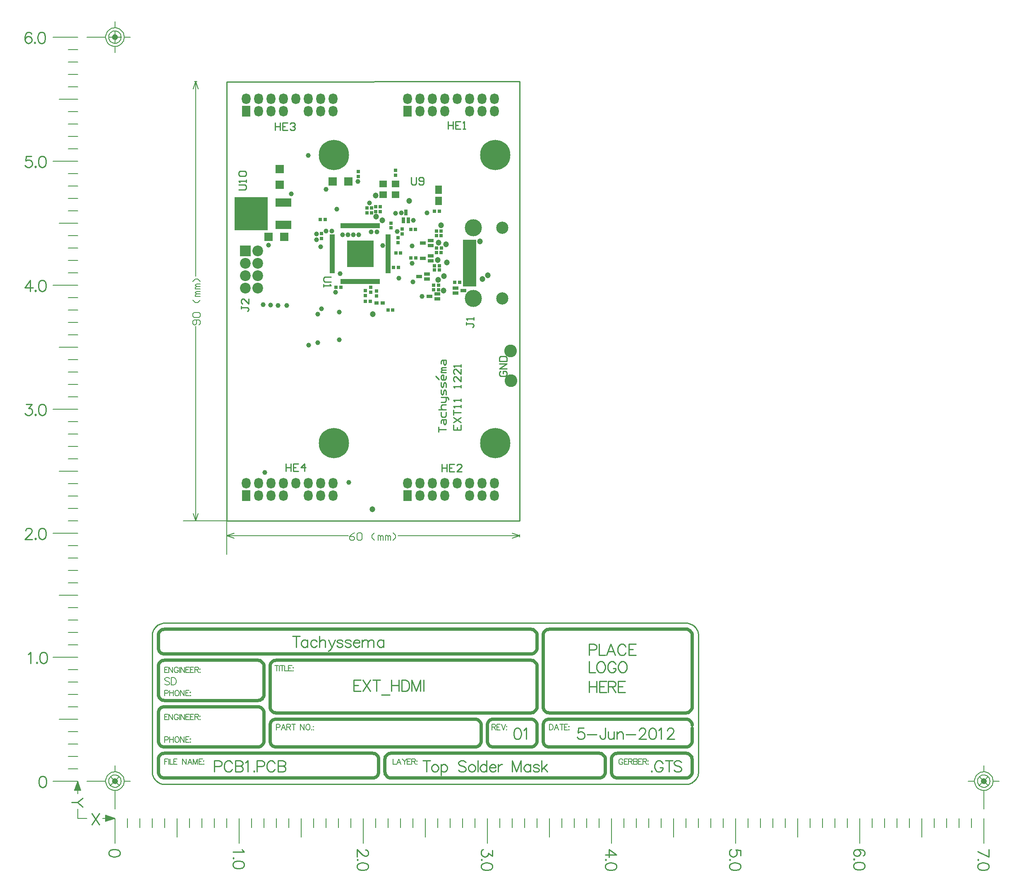
<source format=gts>
%FSLAX44Y44*%
%MOMM*%
G71*
G01*
G75*
%ADD10R,1.1000X0.6000*%
%ADD11R,0.6000X1.1000*%
%ADD12R,0.5000X0.5000*%
%ADD13R,1.6000X1.6000*%
%ADD14R,0.6350X0.5080*%
%ADD15R,2.6000X0.3000*%
%ADD16R,3.0000X1.6000*%
%ADD17R,6.7000X6.7000*%
%ADD18R,0.3000X0.9000*%
%ADD19R,0.9000X0.3000*%
%ADD20R,5.2000X5.2000*%
%ADD21R,1.4000X1.2000*%
%ADD22R,1.2700X1.5240*%
%ADD23C,0.2000*%
%ADD24C,0.5000*%
%ADD25C,0.3000*%
%ADD26C,0.2286*%
%ADD27C,0.2540*%
%ADD28C,0.2032*%
%ADD29C,0.6350*%
%ADD30C,0.2500*%
%ADD31C,0.1524*%
%ADD32C,0.1270*%
%ADD33C,2.0000*%
%ADD34R,2.0000X2.0000*%
%ADD35R,1.6000X2.0000*%
%ADD36O,1.6000X2.0000*%
%ADD37C,3.3000*%
%ADD38C,2.3000*%
%ADD39C,6.0000*%
%ADD40C,2.4000*%
%ADD41C,1.0000*%
%ADD42C,0.8000*%
%ADD43C,0.4000*%
%ADD44R,1.3000X0.8000*%
%ADD45R,0.8000X1.3000*%
%ADD46R,0.7000X0.7000*%
%ADD47R,1.8000X1.8000*%
%ADD48R,0.8350X0.7080*%
%ADD49R,2.8000X0.5000*%
%ADD50R,3.2000X1.8000*%
%ADD51R,6.9000X6.9000*%
%ADD52R,0.5000X1.1000*%
%ADD53R,1.1000X0.5000*%
%ADD54R,5.4000X5.4000*%
%ADD55R,1.6000X1.4000*%
%ADD56R,1.4700X1.7240*%
%ADD57C,2.2000*%
%ADD58R,2.2000X2.2000*%
%ADD59R,1.8000X2.2000*%
%ADD60O,1.8000X2.2000*%
%ADD61C,3.5000*%
%ADD62C,2.5000*%
%ADD63C,6.2000*%
%ADD64C,2.6000*%
%ADD65C,1.2000*%
D23*
X1870498Y1883238D02*
X1959398D01*
X1895898D02*
Y2282199D01*
Y2384277D02*
Y2783238D01*
X1890818Y1898478D02*
X1895898Y1883238D01*
X1900978Y1898478D01*
X1890818Y2767998D02*
X1895898Y2783238D01*
X1900978Y2767998D01*
X1893358Y1883238D02*
X1898438D01*
X1893358Y2783238D02*
X1898438D01*
X1959398Y1814658D02*
Y1883238D01*
Y1852758D02*
X2208359D01*
X2310437D02*
X2559398D01*
X1959398D02*
X1974638Y1857838D01*
X1959398Y1852758D02*
X1974638Y1847678D01*
X2544158Y1857838D02*
X2559398Y1852758D01*
X2544158Y1847678D02*
X2559398Y1852758D01*
X1959398Y1850218D02*
Y1855298D01*
X2559398Y1850218D02*
Y1855298D01*
D26*
X2829166Y1371065D02*
X2828078Y1369977D01*
X2829166Y1368888D01*
X2830255Y1369977D01*
X2829166Y1371065D01*
X2851586Y1386302D02*
X2850497Y1388478D01*
X2848321Y1390655D01*
X2846144Y1391743D01*
X2841791D01*
X2839614Y1390655D01*
X2837437Y1388478D01*
X2836349Y1386302D01*
X2835261Y1383036D01*
Y1377595D01*
X2836349Y1374330D01*
X2837437Y1372153D01*
X2839614Y1369977D01*
X2841791Y1368888D01*
X2846144D01*
X2848321Y1369977D01*
X2850497Y1372153D01*
X2851586Y1374330D01*
Y1377595D01*
X2846144D02*
X2851586D01*
X2864428Y1391743D02*
Y1368888D01*
X2856810Y1391743D02*
X2872047D01*
X2890004Y1388478D02*
X2887827Y1390655D01*
X2884562Y1391743D01*
X2880209D01*
X2876944Y1390655D01*
X2874767Y1388478D01*
Y1386302D01*
X2875856Y1384125D01*
X2876944Y1383036D01*
X2879121Y1381948D01*
X2885651Y1379772D01*
X2887827Y1378683D01*
X2888916Y1377595D01*
X2890004Y1375418D01*
Y1372153D01*
X2887827Y1369977D01*
X2884562Y1368888D01*
X2880209D01*
X2876944Y1369977D01*
X2874767Y1372153D01*
X1559708Y2880728D02*
X1558619Y2882905D01*
X1555354Y2883993D01*
X1553178D01*
X1549913Y2882905D01*
X1547736Y2879640D01*
X1546648Y2874198D01*
Y2868756D01*
X1547736Y2864403D01*
X1549913Y2862227D01*
X1553178Y2861138D01*
X1554266D01*
X1557531Y2862227D01*
X1559708Y2864403D01*
X1560796Y2867668D01*
Y2868756D01*
X1559708Y2872021D01*
X1557531Y2874198D01*
X1554266Y2875287D01*
X1553178D01*
X1549913Y2874198D01*
X1547736Y2872021D01*
X1546648Y2868756D01*
X1566891Y2863315D02*
X1565802Y2862227D01*
X1566891Y2861138D01*
X1567979Y2862227D01*
X1566891Y2863315D01*
X1579516Y2883993D02*
X1576250Y2882905D01*
X1574074Y2879640D01*
X1572986Y2874198D01*
Y2870933D01*
X1574074Y2865492D01*
X1576250Y2862227D01*
X1579516Y2861138D01*
X1581692D01*
X1584957Y2862227D01*
X1587134Y2865492D01*
X1588222Y2870933D01*
Y2874198D01*
X1587134Y2879640D01*
X1584957Y2882905D01*
X1581692Y2883993D01*
X1579516D01*
X1557531Y2375993D02*
X1546648Y2360757D01*
X1562973D01*
X1557531Y2375993D02*
Y2353138D01*
X1568088Y2355315D02*
X1567000Y2354227D01*
X1568088Y2353138D01*
X1569176Y2354227D01*
X1568088Y2355315D01*
X1580713Y2375993D02*
X1577448Y2374905D01*
X1575271Y2371640D01*
X1574183Y2366198D01*
Y2362933D01*
X1575271Y2357491D01*
X1577448Y2354227D01*
X1580713Y2353138D01*
X1582889D01*
X1586154Y2354227D01*
X1588331Y2357491D01*
X1589419Y2362933D01*
Y2366198D01*
X1588331Y2371640D01*
X1586154Y2374905D01*
X1582889Y2375993D01*
X1580713D01*
X1547736Y1862552D02*
Y1863640D01*
X1548824Y1865817D01*
X1549913Y1866905D01*
X1552089Y1867993D01*
X1556443D01*
X1558619Y1866905D01*
X1559708Y1865817D01*
X1560796Y1863640D01*
Y1861463D01*
X1559708Y1859286D01*
X1557531Y1856022D01*
X1546648Y1845138D01*
X1561884D01*
X1568088Y1847315D02*
X1567000Y1846227D01*
X1568088Y1845138D01*
X1569176Y1846227D01*
X1568088Y1847315D01*
X1580713Y1867993D02*
X1577448Y1866905D01*
X1575271Y1863640D01*
X1574183Y1858198D01*
Y1854933D01*
X1575271Y1849491D01*
X1577448Y1846227D01*
X1580713Y1845138D01*
X1582889D01*
X1586154Y1846227D01*
X1588331Y1849491D01*
X1589419Y1854933D01*
Y1858198D01*
X1588331Y1863640D01*
X1586154Y1866905D01*
X1582889Y1867993D01*
X1580713D01*
X1581753Y1359993D02*
X1578488Y1358905D01*
X1576311Y1355640D01*
X1575223Y1350198D01*
Y1346933D01*
X1576311Y1341492D01*
X1578488Y1338226D01*
X1581753Y1337138D01*
X1583929D01*
X1587194Y1338226D01*
X1589371Y1341492D01*
X1590459Y1346933D01*
Y1350198D01*
X1589371Y1355640D01*
X1587194Y1358905D01*
X1583929Y1359993D01*
X1581753D01*
X1552998Y1609640D02*
X1555174Y1610728D01*
X1558439Y1613993D01*
Y1591138D01*
X1570846Y1593315D02*
X1569758Y1592227D01*
X1570846Y1591138D01*
X1571935Y1592227D01*
X1570846Y1593315D01*
X1583471Y1613993D02*
X1580206Y1612905D01*
X1578029Y1609640D01*
X1576941Y1604198D01*
Y1600933D01*
X1578029Y1595491D01*
X1580206Y1592227D01*
X1583471Y1591138D01*
X1585648D01*
X1588913Y1592227D01*
X1591089Y1595491D01*
X1592178Y1600933D01*
Y1604198D01*
X1591089Y1609640D01*
X1588913Y1612905D01*
X1585648Y1613993D01*
X1583471D01*
X1548824Y2121993D02*
X1560796D01*
X1554266Y2113286D01*
X1557531D01*
X1559708Y2112198D01*
X1560796Y2111110D01*
X1561884Y2107845D01*
Y2105668D01*
X1560796Y2102403D01*
X1558619Y2100226D01*
X1555354Y2099138D01*
X1552089D01*
X1548824Y2100226D01*
X1547736Y2101315D01*
X1546648Y2103492D01*
X1568088Y2101315D02*
X1567000Y2100226D01*
X1568088Y2099138D01*
X1569176Y2100226D01*
X1568088Y2101315D01*
X1580713Y2121993D02*
X1577448Y2120905D01*
X1575271Y2117640D01*
X1574183Y2112198D01*
Y2108933D01*
X1575271Y2103492D01*
X1577448Y2100226D01*
X1580713Y2099138D01*
X1582889D01*
X1586154Y2100226D01*
X1588331Y2103492D01*
X1589419Y2108933D01*
Y2112198D01*
X1588331Y2117640D01*
X1586154Y2120905D01*
X1582889Y2121993D01*
X1580713D01*
X1559708Y2629993D02*
X1548824D01*
X1547736Y2620198D01*
X1548824Y2621287D01*
X1552089Y2622375D01*
X1555354D01*
X1558619Y2621287D01*
X1560796Y2619110D01*
X1561884Y2615845D01*
Y2613668D01*
X1560796Y2610403D01*
X1558619Y2608227D01*
X1555354Y2607138D01*
X1552089D01*
X1548824Y2608227D01*
X1547736Y2609315D01*
X1546648Y2611491D01*
X1568088Y2609315D02*
X1567000Y2608227D01*
X1568088Y2607138D01*
X1569176Y2608227D01*
X1568088Y2609315D01*
X1580713Y2629993D02*
X1577448Y2628905D01*
X1575271Y2625640D01*
X1574183Y2620198D01*
Y2616933D01*
X1575271Y2611491D01*
X1577448Y2608227D01*
X1580713Y2607138D01*
X1582889D01*
X1586154Y2608227D01*
X1588331Y2611491D01*
X1589419Y2616933D01*
Y2620198D01*
X1588331Y2625640D01*
X1586154Y2628905D01*
X1582889Y2629993D01*
X1580713D01*
X3518953Y1194901D02*
X3496098Y1205785D01*
X3518953Y1210138D02*
Y1194901D01*
X3498275Y1188698D02*
X3497186Y1189786D01*
X3496098Y1188698D01*
X3497186Y1187609D01*
X3498275Y1188698D01*
X3518953Y1176073D02*
X3517864Y1179338D01*
X3514599Y1181515D01*
X3509158Y1182603D01*
X3505893D01*
X3500451Y1181515D01*
X3497186Y1179338D01*
X3496098Y1176073D01*
Y1173896D01*
X3497186Y1170631D01*
X3500451Y1168455D01*
X3505893Y1167366D01*
X3509158D01*
X3514599Y1168455D01*
X3517864Y1170631D01*
X3518953Y1173896D01*
Y1176073D01*
X3010953Y1197078D02*
Y1207962D01*
X3001158Y1209050D01*
X3002246Y1207962D01*
X3003334Y1204696D01*
Y1201431D01*
X3002246Y1198166D01*
X3000069Y1195990D01*
X2996805Y1194901D01*
X2994628D01*
X2991363Y1195990D01*
X2989186Y1198166D01*
X2988098Y1201431D01*
Y1204696D01*
X2989186Y1207962D01*
X2990274Y1209050D01*
X2992451Y1210138D01*
X2990274Y1188698D02*
X2989186Y1189786D01*
X2988098Y1188698D01*
X2989186Y1187609D01*
X2990274Y1188698D01*
X3010953Y1176073D02*
X3009865Y1179338D01*
X3006599Y1181515D01*
X3001158Y1182603D01*
X2997893D01*
X2992451Y1181515D01*
X2989186Y1179338D01*
X2988098Y1176073D01*
Y1173896D01*
X2989186Y1170631D01*
X2992451Y1168455D01*
X2997893Y1167366D01*
X3001158D01*
X3006599Y1168455D01*
X3009865Y1170631D01*
X3010953Y1173896D01*
Y1176073D01*
X2502953Y1207962D02*
Y1195990D01*
X2494246Y1202520D01*
Y1199255D01*
X2493158Y1197078D01*
X2492069Y1195990D01*
X2488804Y1194901D01*
X2486628D01*
X2483363Y1195990D01*
X2481186Y1198166D01*
X2480098Y1201431D01*
Y1204696D01*
X2481186Y1207962D01*
X2482274Y1209050D01*
X2484451Y1210138D01*
X2482274Y1188698D02*
X2481186Y1189786D01*
X2480098Y1188698D01*
X2481186Y1187609D01*
X2482274Y1188698D01*
X2502953Y1176073D02*
X2501864Y1179338D01*
X2498599Y1181515D01*
X2493158Y1182603D01*
X2489893D01*
X2484451Y1181515D01*
X2481186Y1179338D01*
X2480098Y1176073D01*
Y1173896D01*
X2481186Y1170631D01*
X2484451Y1168455D01*
X2489893Y1167366D01*
X2493158D01*
X2498599Y1168455D01*
X2501864Y1170631D01*
X2502953Y1173896D01*
Y1176073D01*
X1990599Y1210138D02*
X1991688Y1207962D01*
X1994953Y1204696D01*
X1972098D01*
X1974274Y1192289D02*
X1973186Y1193378D01*
X1972098Y1192289D01*
X1973186Y1191201D01*
X1974274Y1192289D01*
X1994953Y1179665D02*
X1993864Y1182930D01*
X1990599Y1185106D01*
X1985158Y1186195D01*
X1981893D01*
X1976451Y1185106D01*
X1973186Y1182930D01*
X1972098Y1179665D01*
Y1177488D01*
X1973186Y1174223D01*
X1976451Y1172046D01*
X1981893Y1170958D01*
X1985158D01*
X1990599Y1172046D01*
X1993864Y1174223D01*
X1994953Y1177488D01*
Y1179665D01*
X1740953Y1203608D02*
X1739864Y1206873D01*
X1736599Y1209050D01*
X1731158Y1210138D01*
X1727893D01*
X1722451Y1209050D01*
X1719186Y1206873D01*
X1718098Y1203608D01*
Y1201431D01*
X1719186Y1198166D01*
X1722451Y1195990D01*
X1727893Y1194901D01*
X1731158D01*
X1736599Y1195990D01*
X1739864Y1198166D01*
X1740953Y1201431D01*
Y1203608D01*
X2243511Y1209050D02*
X2244599D01*
X2246776Y1207962D01*
X2247864Y1206873D01*
X2248953Y1204696D01*
Y1200343D01*
X2247864Y1198166D01*
X2246776Y1197078D01*
X2244599Y1195990D01*
X2242423D01*
X2240246Y1197078D01*
X2236981Y1199255D01*
X2226098Y1210138D01*
Y1194901D01*
X2228274Y1188698D02*
X2227186Y1189786D01*
X2226098Y1188698D01*
X2227186Y1187609D01*
X2228274Y1188698D01*
X2248953Y1176073D02*
X2247864Y1179338D01*
X2244599Y1181515D01*
X2239158Y1182603D01*
X2235893D01*
X2230451Y1181515D01*
X2227186Y1179338D01*
X2226098Y1176073D01*
Y1173896D01*
X2227186Y1170631D01*
X2230451Y1168455D01*
X2235893Y1167366D01*
X2239158D01*
X2244599Y1168455D01*
X2247864Y1170631D01*
X2248953Y1173896D01*
Y1176073D01*
X2756953Y1199255D02*
X2741716Y1210138D01*
Y1193813D01*
X2756953Y1199255D02*
X2734098D01*
X2736274Y1188698D02*
X2735186Y1189786D01*
X2734098Y1188698D01*
X2735186Y1187609D01*
X2736274Y1188698D01*
X2756953Y1176073D02*
X2755864Y1179338D01*
X2752599Y1181515D01*
X2747158Y1182603D01*
X2743893D01*
X2738451Y1181515D01*
X2735186Y1179338D01*
X2734098Y1176073D01*
Y1173896D01*
X2735186Y1170631D01*
X2738451Y1168455D01*
X2743893Y1167366D01*
X2747158D01*
X2752599Y1168455D01*
X2755864Y1170631D01*
X2756953Y1173896D01*
Y1176073D01*
X3261688Y1197078D02*
X3263864Y1198166D01*
X3264953Y1201431D01*
Y1203608D01*
X3263864Y1206873D01*
X3260599Y1209050D01*
X3255158Y1210138D01*
X3249716D01*
X3245363Y1209050D01*
X3243186Y1206873D01*
X3242098Y1203608D01*
Y1202520D01*
X3243186Y1199255D01*
X3245363Y1197078D01*
X3248628Y1195990D01*
X3249716D01*
X3252981Y1197078D01*
X3255158Y1199255D01*
X3256246Y1202520D01*
Y1203608D01*
X3255158Y1206873D01*
X3252981Y1209050D01*
X3249716Y1210138D01*
X3244274Y1189895D02*
X3243186Y1190983D01*
X3242098Y1189895D01*
X3243186Y1188807D01*
X3244274Y1189895D01*
X3264953Y1177270D02*
X3263864Y1180535D01*
X3260599Y1182712D01*
X3255158Y1183800D01*
X3251893D01*
X3246451Y1182712D01*
X3243186Y1180535D01*
X3242098Y1177270D01*
Y1175094D01*
X3243186Y1171829D01*
X3246451Y1169652D01*
X3251893Y1168564D01*
X3255158D01*
X3260599Y1169652D01*
X3263864Y1171829D01*
X3264953Y1175094D01*
Y1177270D01*
X1683173Y1283793D02*
X1698409Y1260938D01*
Y1283793D02*
X1683173Y1260938D01*
X1664753Y1314913D02*
X1653869Y1306206D01*
X1641898D01*
X1664753Y1297500D02*
X1653869Y1306206D01*
X2690008Y1458418D02*
X2679124D01*
X2678036Y1448623D01*
X2679124Y1449711D01*
X2682390Y1450800D01*
X2685654D01*
X2688919Y1449711D01*
X2691096Y1447535D01*
X2692184Y1444270D01*
Y1442093D01*
X2691096Y1438828D01*
X2688919Y1436651D01*
X2685654Y1435563D01*
X2682390D01*
X2679124Y1436651D01*
X2678036Y1437740D01*
X2676948Y1439917D01*
X2697299Y1445358D02*
X2716890D01*
X2734521Y1458418D02*
Y1441005D01*
X2733433Y1437740D01*
X2732344Y1436651D01*
X2730168Y1435563D01*
X2727991D01*
X2725814Y1436651D01*
X2724726Y1437740D01*
X2723637Y1441005D01*
Y1443181D01*
X2740398Y1450800D02*
Y1439917D01*
X2741486Y1436651D01*
X2743663Y1435563D01*
X2746928D01*
X2749105Y1436651D01*
X2752370Y1439917D01*
Y1450800D02*
Y1435563D01*
X2758355Y1450800D02*
Y1435563D01*
Y1446447D02*
X2761620Y1449711D01*
X2763797Y1450800D01*
X2767062D01*
X2769239Y1449711D01*
X2770327Y1446447D01*
Y1435563D01*
X2776313Y1445358D02*
X2795903D01*
X2803739Y1452977D02*
Y1454065D01*
X2804827Y1456242D01*
X2805916Y1457330D01*
X2808093Y1458418D01*
X2812446D01*
X2814622Y1457330D01*
X2815711Y1456242D01*
X2816799Y1454065D01*
Y1451888D01*
X2815711Y1449711D01*
X2813534Y1446447D01*
X2802651Y1435563D01*
X2817888D01*
X2829533Y1458418D02*
X2826268Y1457330D01*
X2824091Y1454065D01*
X2823003Y1448623D01*
Y1445358D01*
X2824091Y1439917D01*
X2826268Y1436651D01*
X2829533Y1435563D01*
X2831709D01*
X2834974Y1436651D01*
X2837151Y1439917D01*
X2838239Y1445358D01*
Y1448623D01*
X2837151Y1454065D01*
X2834974Y1457330D01*
X2831709Y1458418D01*
X2829533D01*
X2843354Y1454065D02*
X2845531Y1455153D01*
X2848796Y1458418D01*
Y1435563D01*
X2861203Y1452977D02*
Y1454065D01*
X2862292Y1456242D01*
X2863380Y1457330D01*
X2865557Y1458418D01*
X2869910D01*
X2872087Y1457330D01*
X2873175Y1456242D01*
X2874263Y1454065D01*
Y1451888D01*
X2873175Y1449711D01*
X2870999Y1446447D01*
X2860115Y1435563D01*
X2875352D01*
X2701078Y1554303D02*
Y1531448D01*
X2716314Y1554303D02*
Y1531448D01*
X2701078Y1543420D02*
X2716314D01*
X2736775Y1554303D02*
X2722627D01*
Y1531448D01*
X2736775D01*
X2722627Y1543420D02*
X2731334D01*
X2740584Y1554303D02*
Y1531448D01*
Y1554303D02*
X2750379D01*
X2753644Y1553215D01*
X2754733Y1552127D01*
X2755821Y1549950D01*
Y1547773D01*
X2754733Y1545596D01*
X2753644Y1544508D01*
X2750379Y1543420D01*
X2740584D01*
X2748203D02*
X2755821Y1531448D01*
X2775085Y1554303D02*
X2760936D01*
Y1531448D01*
X2775085D01*
X2760936Y1543420D02*
X2769643D01*
X2701078Y1594943D02*
Y1572088D01*
X2714138D01*
X2723171Y1594943D02*
X2720994Y1593855D01*
X2718818Y1591678D01*
X2717729Y1589501D01*
X2716641Y1586237D01*
Y1580795D01*
X2717729Y1577530D01*
X2718818Y1575353D01*
X2720994Y1573177D01*
X2723171Y1572088D01*
X2727524D01*
X2729701Y1573177D01*
X2731878Y1575353D01*
X2732966Y1577530D01*
X2734054Y1580795D01*
Y1586237D01*
X2732966Y1589501D01*
X2731878Y1591678D01*
X2729701Y1593855D01*
X2727524Y1594943D01*
X2723171D01*
X2755712Y1589501D02*
X2754624Y1591678D01*
X2752447Y1593855D01*
X2750271Y1594943D01*
X2745917D01*
X2743741Y1593855D01*
X2741564Y1591678D01*
X2740475Y1589501D01*
X2739387Y1586237D01*
Y1580795D01*
X2740475Y1577530D01*
X2741564Y1575353D01*
X2743741Y1573177D01*
X2745917Y1572088D01*
X2750271D01*
X2752447Y1573177D01*
X2754624Y1575353D01*
X2755712Y1577530D01*
Y1580795D01*
X2750271D02*
X2755712D01*
X2767466Y1594943D02*
X2765290Y1593855D01*
X2763113Y1591678D01*
X2762025Y1589501D01*
X2760936Y1586237D01*
Y1580795D01*
X2762025Y1577530D01*
X2763113Y1575353D01*
X2765290Y1573177D01*
X2767466Y1572088D01*
X2771820D01*
X2773996Y1573177D01*
X2776173Y1575353D01*
X2777261Y1577530D01*
X2778350Y1580795D01*
Y1586237D01*
X2777261Y1589501D01*
X2776173Y1591678D01*
X2773996Y1593855D01*
X2771820Y1594943D01*
X2767466D01*
X2701078Y1618531D02*
X2710873D01*
X2714138Y1619620D01*
X2715226Y1620708D01*
X2716314Y1622885D01*
Y1626150D01*
X2715226Y1628327D01*
X2714138Y1629415D01*
X2710873Y1630503D01*
X2701078D01*
Y1607648D01*
X2721430Y1630503D02*
Y1607648D01*
X2734490D01*
X2754406D02*
X2745699Y1630503D01*
X2736993Y1607648D01*
X2740258Y1615267D02*
X2751141D01*
X2776064Y1625061D02*
X2774976Y1627238D01*
X2772799Y1629415D01*
X2770623Y1630503D01*
X2766269D01*
X2764092Y1629415D01*
X2761916Y1627238D01*
X2760827Y1625061D01*
X2759739Y1621797D01*
Y1616355D01*
X2760827Y1613090D01*
X2761916Y1610913D01*
X2764092Y1608737D01*
X2766269Y1607648D01*
X2770623D01*
X2772799Y1608737D01*
X2774976Y1610913D01*
X2776064Y1613090D01*
X2796634Y1630503D02*
X2782485D01*
Y1607648D01*
X2796634D01*
X2782485Y1619620D02*
X2791192D01*
X2553303Y1458418D02*
X2550038Y1457330D01*
X2547861Y1454065D01*
X2546773Y1448623D01*
Y1445358D01*
X2547861Y1439917D01*
X2550038Y1436651D01*
X2553303Y1435563D01*
X2555479D01*
X2558744Y1436651D01*
X2560921Y1439917D01*
X2562009Y1445358D01*
Y1448623D01*
X2560921Y1454065D01*
X2558744Y1457330D01*
X2555479Y1458418D01*
X2553303D01*
X2567125Y1454065D02*
X2569301Y1455153D01*
X2572566Y1458418D01*
Y1435563D01*
X2368336Y1391743D02*
Y1368888D01*
X2360718Y1391743D02*
X2375954D01*
X2384117Y1384125D02*
X2381940Y1383036D01*
X2379764Y1380860D01*
X2378675Y1377595D01*
Y1375418D01*
X2379764Y1372153D01*
X2381940Y1369977D01*
X2384117Y1368888D01*
X2387382D01*
X2389559Y1369977D01*
X2391735Y1372153D01*
X2392824Y1375418D01*
Y1377595D01*
X2391735Y1380860D01*
X2389559Y1383036D01*
X2387382Y1384125D01*
X2384117D01*
X2397830D02*
Y1361270D01*
Y1380860D02*
X2400007Y1383036D01*
X2402183Y1384125D01*
X2405448D01*
X2407625Y1383036D01*
X2409802Y1380860D01*
X2410890Y1377595D01*
Y1375418D01*
X2409802Y1372153D01*
X2407625Y1369977D01*
X2405448Y1368888D01*
X2402183D01*
X2400007Y1369977D01*
X2397830Y1372153D01*
X2448982Y1388478D02*
X2446805Y1390655D01*
X2443540Y1391743D01*
X2439187D01*
X2435922Y1390655D01*
X2433745Y1388478D01*
Y1386302D01*
X2434834Y1384125D01*
X2435922Y1383036D01*
X2438098Y1381948D01*
X2444628Y1379772D01*
X2446805Y1378683D01*
X2447894Y1377595D01*
X2448982Y1375418D01*
Y1372153D01*
X2446805Y1369977D01*
X2443540Y1368888D01*
X2439187D01*
X2435922Y1369977D01*
X2433745Y1372153D01*
X2459539Y1384125D02*
X2457362Y1383036D01*
X2455185Y1380860D01*
X2454097Y1377595D01*
Y1375418D01*
X2455185Y1372153D01*
X2457362Y1369977D01*
X2459539Y1368888D01*
X2462804D01*
X2464980Y1369977D01*
X2467157Y1372153D01*
X2468246Y1375418D01*
Y1377595D01*
X2467157Y1380860D01*
X2464980Y1383036D01*
X2462804Y1384125D01*
X2459539D01*
X2473252Y1391743D02*
Y1368888D01*
X2491101Y1391743D02*
Y1368888D01*
Y1380860D02*
X2488924Y1383036D01*
X2486747Y1384125D01*
X2483482D01*
X2481306Y1383036D01*
X2479129Y1380860D01*
X2478040Y1377595D01*
Y1375418D01*
X2479129Y1372153D01*
X2481306Y1369977D01*
X2483482Y1368888D01*
X2486747D01*
X2488924Y1369977D01*
X2491101Y1372153D01*
X2497195Y1377595D02*
X2510255D01*
Y1379772D01*
X2509167Y1381948D01*
X2508079Y1383036D01*
X2505902Y1384125D01*
X2502637D01*
X2500460Y1383036D01*
X2498284Y1380860D01*
X2497195Y1377595D01*
Y1375418D01*
X2498284Y1372153D01*
X2500460Y1369977D01*
X2502637Y1368888D01*
X2505902D01*
X2508079Y1369977D01*
X2510255Y1372153D01*
X2515153Y1384125D02*
Y1368888D01*
Y1377595D02*
X2516241Y1380860D01*
X2518418Y1383036D01*
X2520594Y1384125D01*
X2523860D01*
X2543885Y1391743D02*
Y1368888D01*
Y1391743D02*
X2552592Y1368888D01*
X2561299Y1391743D02*
X2552592Y1368888D01*
X2561299Y1391743D02*
Y1368888D01*
X2580888Y1384125D02*
Y1368888D01*
Y1380860D02*
X2578712Y1383036D01*
X2576535Y1384125D01*
X2573270D01*
X2571093Y1383036D01*
X2568917Y1380860D01*
X2567828Y1377595D01*
Y1375418D01*
X2568917Y1372153D01*
X2571093Y1369977D01*
X2573270Y1368888D01*
X2576535D01*
X2578712Y1369977D01*
X2580888Y1372153D01*
X2598955Y1380860D02*
X2597867Y1383036D01*
X2594601Y1384125D01*
X2591336D01*
X2588072Y1383036D01*
X2586983Y1380860D01*
X2588072Y1378683D01*
X2590248Y1377595D01*
X2595690Y1376507D01*
X2597867Y1375418D01*
X2598955Y1373241D01*
Y1372153D01*
X2597867Y1369977D01*
X2594601Y1368888D01*
X2591336D01*
X2588072Y1369977D01*
X2586983Y1372153D01*
X2603744Y1391743D02*
Y1368888D01*
X2614627Y1384125D02*
X2603744Y1373241D01*
X2608097Y1377595D02*
X2615715Y1368888D01*
X1933998Y1379772D02*
X1943793D01*
X1947058Y1380860D01*
X1948146Y1381948D01*
X1949234Y1384125D01*
Y1387390D01*
X1948146Y1389567D01*
X1947058Y1390655D01*
X1943793Y1391743D01*
X1933998D01*
Y1368888D01*
X1970675Y1386302D02*
X1969586Y1388478D01*
X1967410Y1390655D01*
X1965233Y1391743D01*
X1960880D01*
X1958703Y1390655D01*
X1956526Y1388478D01*
X1955438Y1386302D01*
X1954350Y1383036D01*
Y1377595D01*
X1955438Y1374330D01*
X1956526Y1372153D01*
X1958703Y1369977D01*
X1960880Y1368888D01*
X1965233D01*
X1967410Y1369977D01*
X1969586Y1372153D01*
X1970675Y1374330D01*
X1977096Y1391743D02*
Y1368888D01*
Y1391743D02*
X1986891D01*
X1990156Y1390655D01*
X1991244Y1389567D01*
X1992333Y1387390D01*
Y1385213D01*
X1991244Y1383036D01*
X1990156Y1381948D01*
X1986891Y1380860D01*
X1977096D02*
X1986891D01*
X1990156Y1379772D01*
X1991244Y1378683D01*
X1992333Y1376507D01*
Y1373241D01*
X1991244Y1371065D01*
X1990156Y1369977D01*
X1986891Y1368888D01*
X1977096D01*
X1997448Y1387390D02*
X1999624Y1388478D01*
X2002890Y1391743D01*
Y1368888D01*
X2015297Y1371065D02*
X2014208Y1369977D01*
X2015297Y1368888D01*
X2016385Y1369977D01*
X2015297Y1371065D01*
X2021391Y1379772D02*
X2031186D01*
X2034451Y1380860D01*
X2035540Y1381948D01*
X2036628Y1384125D01*
Y1387390D01*
X2035540Y1389567D01*
X2034451Y1390655D01*
X2031186Y1391743D01*
X2021391D01*
Y1368888D01*
X2058068Y1386302D02*
X2056980Y1388478D01*
X2054803Y1390655D01*
X2052627Y1391743D01*
X2048273D01*
X2046096Y1390655D01*
X2043920Y1388478D01*
X2042832Y1386302D01*
X2041743Y1383036D01*
Y1377595D01*
X2042832Y1374330D01*
X2043920Y1372153D01*
X2046096Y1369977D01*
X2048273Y1368888D01*
X2052627D01*
X2054803Y1369977D01*
X2056980Y1372153D01*
X2058068Y1374330D01*
X2064489Y1391743D02*
Y1368888D01*
Y1391743D02*
X2074285D01*
X2077549Y1390655D01*
X2078638Y1389567D01*
X2079726Y1387390D01*
Y1385213D01*
X2078638Y1383036D01*
X2077549Y1381948D01*
X2074285Y1380860D01*
X2064489D02*
X2074285D01*
X2077549Y1379772D01*
X2078638Y1378683D01*
X2079726Y1376507D01*
Y1373241D01*
X2078638Y1371065D01*
X2077549Y1369977D01*
X2074285Y1368888D01*
X2064489D01*
X2233896Y1556843D02*
X2219748D01*
Y1533988D01*
X2233896D01*
X2219748Y1545960D02*
X2228454D01*
X2237705Y1556843D02*
X2252942Y1533988D01*
Y1556843D02*
X2237705Y1533988D01*
X2265676Y1556843D02*
Y1533988D01*
X2258057Y1556843D02*
X2273294D01*
X2276015Y1526370D02*
X2293428D01*
X2296367Y1556843D02*
Y1533988D01*
X2311603Y1556843D02*
Y1533988D01*
X2296367Y1545960D02*
X2311603D01*
X2317916Y1556843D02*
Y1533988D01*
Y1556843D02*
X2325534D01*
X2328799Y1555755D01*
X2330976Y1553578D01*
X2332064Y1551402D01*
X2333152Y1548136D01*
Y1542695D01*
X2332064Y1539430D01*
X2330976Y1537253D01*
X2328799Y1535076D01*
X2325534Y1533988D01*
X2317916D01*
X2338268Y1556843D02*
Y1533988D01*
Y1556843D02*
X2346974Y1533988D01*
X2355681Y1556843D02*
X2346974Y1533988D01*
X2355681Y1556843D02*
Y1533988D01*
X2362211Y1556843D02*
Y1533988D01*
X2101636Y1647013D02*
Y1624158D01*
X2094018Y1647013D02*
X2109254D01*
X2125035Y1639395D02*
Y1624158D01*
Y1636130D02*
X2122859Y1638306D01*
X2120682Y1639395D01*
X2117417D01*
X2115240Y1638306D01*
X2113064Y1636130D01*
X2111975Y1632865D01*
Y1630688D01*
X2113064Y1627423D01*
X2115240Y1625246D01*
X2117417Y1624158D01*
X2120682D01*
X2122859Y1625246D01*
X2125035Y1627423D01*
X2144190Y1636130D02*
X2142013Y1638306D01*
X2139837Y1639395D01*
X2136572D01*
X2134395Y1638306D01*
X2132218Y1636130D01*
X2131130Y1632865D01*
Y1630688D01*
X2132218Y1627423D01*
X2134395Y1625246D01*
X2136572Y1624158D01*
X2139837D01*
X2142013Y1625246D01*
X2144190Y1627423D01*
X2149088Y1647013D02*
Y1624158D01*
Y1635042D02*
X2152353Y1638306D01*
X2154529Y1639395D01*
X2157794D01*
X2159971Y1638306D01*
X2161059Y1635042D01*
Y1624158D01*
X2168134Y1639395D02*
X2174664Y1624158D01*
X2181194Y1639395D02*
X2174664Y1624158D01*
X2172487Y1619805D01*
X2170310Y1617628D01*
X2168134Y1616540D01*
X2167045D01*
X2196974Y1636130D02*
X2195886Y1638306D01*
X2192621Y1639395D01*
X2189356D01*
X2186091Y1638306D01*
X2185003Y1636130D01*
X2186091Y1633953D01*
X2188268Y1632865D01*
X2193709Y1631776D01*
X2195886Y1630688D01*
X2196974Y1628512D01*
Y1627423D01*
X2195886Y1625246D01*
X2192621Y1624158D01*
X2189356D01*
X2186091Y1625246D01*
X2185003Y1627423D01*
X2213735Y1636130D02*
X2212646Y1638306D01*
X2209382Y1639395D01*
X2206116D01*
X2202852Y1638306D01*
X2201763Y1636130D01*
X2202852Y1633953D01*
X2205028Y1632865D01*
X2210470Y1631776D01*
X2212646Y1630688D01*
X2213735Y1628512D01*
Y1627423D01*
X2212646Y1625246D01*
X2209382Y1624158D01*
X2206116D01*
X2202852Y1625246D01*
X2201763Y1627423D01*
X2218524Y1632865D02*
X2231584D01*
Y1635042D01*
X2230495Y1637218D01*
X2229407Y1638306D01*
X2227230Y1639395D01*
X2223965D01*
X2221789Y1638306D01*
X2219612Y1636130D01*
X2218524Y1632865D01*
Y1630688D01*
X2219612Y1627423D01*
X2221789Y1625246D01*
X2223965Y1624158D01*
X2227230D01*
X2229407Y1625246D01*
X2231584Y1627423D01*
X2236481Y1639395D02*
Y1624158D01*
Y1635042D02*
X2239746Y1638306D01*
X2241923Y1639395D01*
X2245188D01*
X2247365Y1638306D01*
X2248453Y1635042D01*
Y1624158D01*
Y1635042D02*
X2251718Y1638306D01*
X2253895Y1639395D01*
X2257159D01*
X2259336Y1638306D01*
X2260425Y1635042D01*
Y1624158D01*
X2280668Y1639395D02*
Y1624158D01*
Y1636130D02*
X2278491Y1638306D01*
X2276314Y1639395D01*
X2273049D01*
X2270873Y1638306D01*
X2268696Y1636130D01*
X2267608Y1632865D01*
Y1630688D01*
X2268696Y1627423D01*
X2270873Y1625246D01*
X2273049Y1624158D01*
X2276314D01*
X2278491Y1625246D01*
X2280668Y1627423D01*
D27*
X2520252Y2189805D02*
X2517713Y2187266D01*
Y2182187D01*
X2520252Y2179648D01*
X2530408D01*
X2532948Y2182187D01*
Y2187266D01*
X2530408Y2189805D01*
X2525330D01*
Y2184727D01*
X2532948Y2194883D02*
X2517713D01*
X2532948Y2205040D01*
X2517713D01*
Y2210118D02*
X2532948D01*
Y2217736D01*
X2530408Y2220275D01*
X2520252D01*
X2517713Y2217736D01*
Y2210118D01*
X2058448Y2698133D02*
Y2682898D01*
Y2690516D01*
X2068604D01*
Y2698133D01*
Y2682898D01*
X2083840Y2698133D02*
X2073683D01*
Y2682898D01*
X2083840D01*
X2073683Y2690516D02*
X2078761D01*
X2088918Y2695594D02*
X2091457Y2698133D01*
X2096535D01*
X2099075Y2695594D01*
Y2693055D01*
X2096535Y2690516D01*
X2093996D01*
X2096535D01*
X2099075Y2687976D01*
Y2685437D01*
X2096535Y2682898D01*
X2091457D01*
X2088918Y2685437D01*
X2412948Y2700633D02*
Y2685398D01*
Y2693016D01*
X2423104D01*
Y2700633D01*
Y2685398D01*
X2438340Y2700633D02*
X2428183D01*
Y2685398D01*
X2438340D01*
X2428183Y2693016D02*
X2433261D01*
X2443418Y2685398D02*
X2448496D01*
X2445957D01*
Y2700633D01*
X2443418Y2698094D01*
X2080448Y2000133D02*
Y1984898D01*
Y1992516D01*
X2090604D01*
Y2000133D01*
Y1984898D01*
X2105840Y2000133D02*
X2095683D01*
Y1984898D01*
X2105840D01*
X2095683Y1992516D02*
X2100761D01*
X2118535Y1984898D02*
Y2000133D01*
X2110918Y1992516D01*
X2121075D01*
X2400198Y1999133D02*
Y1983898D01*
Y1991516D01*
X2410354D01*
Y1999133D01*
Y1983898D01*
X2425589Y1999133D02*
X2415433D01*
Y1983898D01*
X2425589D01*
X2415433Y1991516D02*
X2420511D01*
X2440825Y1983898D02*
X2430668D01*
X2440825Y1994055D01*
Y1996594D01*
X2438285Y1999133D01*
X2433207D01*
X2430668Y1996594D01*
X2449463Y2289305D02*
Y2284227D01*
Y2286766D01*
X2462159D01*
X2464698Y2284227D01*
Y2281687D01*
X2462159Y2279148D01*
X2464698Y2294383D02*
Y2299462D01*
Y2296922D01*
X2449463D01*
X2452002Y2294383D01*
X2173183Y2382648D02*
X2160487D01*
X2157948Y2380109D01*
Y2375031D01*
X2160487Y2372491D01*
X2173183D01*
X2157948Y2367413D02*
Y2362335D01*
Y2364874D01*
X2173183D01*
X2170644Y2367413D01*
X1984463Y2560898D02*
X1997159D01*
X1999698Y2563437D01*
Y2568516D01*
X1997159Y2571055D01*
X1984463D01*
X1999698Y2576133D02*
Y2581212D01*
Y2578672D01*
X1984463D01*
X1987002Y2576133D01*
Y2588829D02*
X1984463Y2591368D01*
Y2596447D01*
X1987002Y2598986D01*
X1997159D01*
X1999698Y2596447D01*
Y2591368D01*
X1997159Y2588829D01*
X1987002D01*
X2336948Y2586383D02*
Y2573687D01*
X2339487Y2571148D01*
X2344565D01*
X2347104Y2573687D01*
Y2586383D01*
X2352183Y2573687D02*
X2354722Y2571148D01*
X2359800D01*
X2362339Y2573687D01*
Y2583844D01*
X2359800Y2586383D01*
X2354722D01*
X2352183Y2583844D01*
Y2581305D01*
X2354722Y2578766D01*
X2362339D01*
X1989463Y2322055D02*
Y2316976D01*
Y2319516D01*
X2002159D01*
X2004698Y2316976D01*
Y2314437D01*
X2002159Y2311898D01*
X2004698Y2337290D02*
Y2327133D01*
X1994541Y2337290D01*
X1992002D01*
X1989463Y2334751D01*
Y2329672D01*
X1992002Y2327133D01*
X2393463Y2064898D02*
Y2075055D01*
Y2069977D01*
X2408698D01*
X2398541Y2082672D02*
Y2087751D01*
X2401080Y2090290D01*
X2408698D01*
Y2082672D01*
X2406158Y2080133D01*
X2403619Y2082672D01*
Y2090290D01*
X2398541Y2105525D02*
Y2097908D01*
X2401080Y2095368D01*
X2406158D01*
X2408698Y2097908D01*
Y2105525D01*
X2393463Y2110603D02*
X2408698D01*
X2401080D01*
X2398541Y2113143D01*
Y2118221D01*
X2401080Y2120760D01*
X2408698D01*
X2398541Y2125838D02*
X2406158D01*
X2408698Y2128378D01*
Y2135995D01*
X2411237D01*
X2413776Y2133456D01*
Y2130917D01*
X2408698Y2135995D02*
X2398541D01*
X2408698Y2141073D02*
Y2148691D01*
X2406158Y2151230D01*
X2403619Y2148691D01*
Y2143613D01*
X2401080Y2141073D01*
X2398541Y2143613D01*
Y2151230D01*
X2408698Y2156309D02*
Y2163926D01*
X2406158Y2166465D01*
X2403619Y2163926D01*
Y2158848D01*
X2401080Y2156309D01*
X2398541Y2158848D01*
Y2166465D01*
X2408698Y2179161D02*
Y2174083D01*
X2406158Y2171544D01*
X2401080D01*
X2398541Y2174083D01*
Y2179161D01*
X2401080Y2181700D01*
X2403619D01*
Y2171544D01*
X2408698Y2186779D02*
X2398541D01*
Y2189318D01*
X2401080Y2191857D01*
X2408698D01*
X2401080D01*
X2398541Y2194396D01*
X2401080Y2196935D01*
X2408698D01*
X2398541Y2204553D02*
Y2209631D01*
X2401080Y2212171D01*
X2408698D01*
Y2204553D01*
X2406158Y2202014D01*
X2403619Y2204553D01*
Y2212171D01*
X2394198Y2172648D02*
X2387533Y2179313D01*
X2423713Y2079055D02*
Y2068898D01*
X2438948D01*
Y2079055D01*
X2431330Y2068898D02*
Y2073976D01*
X2423713Y2084133D02*
X2438948Y2094290D01*
X2423713D02*
X2438948Y2084133D01*
X2423713Y2099368D02*
Y2109525D01*
Y2104447D01*
X2438948D01*
Y2114603D02*
Y2119682D01*
Y2117143D01*
X2423713D01*
X2426252Y2114603D01*
X2438948Y2127299D02*
Y2132378D01*
Y2129838D01*
X2423713D01*
X2426252Y2127299D01*
X2438948Y2155230D02*
Y2160309D01*
Y2157769D01*
X2423713D01*
X2426252Y2155230D01*
X2438948Y2178083D02*
Y2167926D01*
X2428791Y2178083D01*
X2426252D01*
X2423713Y2175544D01*
Y2170465D01*
X2426252Y2167926D01*
X2438948Y2193318D02*
Y2183161D01*
X2428791Y2193318D01*
X2426252D01*
X2423713Y2190779D01*
Y2185700D01*
X2426252Y2183161D01*
X2438948Y2198396D02*
Y2203475D01*
Y2200935D01*
X2423713D01*
X2426252Y2198396D01*
X1832398Y1673688D02*
X1829908Y1673566D01*
X1827442Y1673200D01*
X1825024Y1672594D01*
X1822677Y1671755D01*
X1820424Y1670689D01*
X1818286Y1669408D01*
X1816284Y1667923D01*
X1814437Y1666249D01*
X1812763Y1664402D01*
X1811278Y1662400D01*
X1809997Y1660262D01*
X1808931Y1658008D01*
X1808091Y1655661D01*
X1807486Y1653243D01*
X1807120Y1650778D01*
X1806998Y1648288D01*
Y1369142D02*
X1807119Y1366655D01*
X1807480Y1364192D01*
X1808078Y1361776D01*
X1808908Y1359428D01*
X1809961Y1357173D01*
X1811228Y1355029D01*
X1812697Y1353019D01*
X1814354Y1351161D01*
X1816183Y1349472D01*
X1818167Y1347968D01*
X1820288Y1346664D01*
X1822525Y1345571D01*
X1824857Y1344701D01*
X1827263Y1344060D01*
X1829720Y1343656D01*
X1832204Y1343492D01*
X2899198Y1343488D02*
X2901687Y1343610D01*
X2904153Y1343976D01*
X2906571Y1344582D01*
X2908918Y1345422D01*
X2911171Y1346487D01*
X2913309Y1347769D01*
X2915311Y1349254D01*
X2917158Y1350928D01*
X2918832Y1352775D01*
X2920317Y1354777D01*
X2921599Y1356915D01*
X2922664Y1359168D01*
X2923504Y1361515D01*
X2924109Y1363933D01*
X2924475Y1366398D01*
X2924598Y1368888D01*
Y1648288D02*
X2924475Y1650778D01*
X2924109Y1653243D01*
X2923504Y1655661D01*
X2922664Y1658008D01*
X2921599Y1660262D01*
X2920317Y1662400D01*
X2918832Y1664402D01*
X2917158Y1666249D01*
X2915311Y1667923D01*
X2913309Y1669408D01*
X2911171Y1670689D01*
X2908918Y1671755D01*
X2906571Y1672594D01*
X2904153Y1673200D01*
X2901687Y1673566D01*
X2899198Y1673688D01*
X1832398Y1343488D02*
X2899198D01*
X1832398Y1673688D02*
X2899198D01*
X2924598Y1368888D02*
Y1648288D01*
X1806998Y1368888D02*
Y1648288D01*
D28*
X3521500Y1349836D02*
X3521240Y1352392D01*
X3520471Y1354844D01*
X3519224Y1357091D01*
X3517550Y1359041D01*
X3515518Y1360613D01*
X3513211Y1361745D01*
X3510723Y1362389D01*
X3508157Y1362519D01*
X3505617Y1362130D01*
X3503207Y1361238D01*
X3501027Y1359879D01*
X3499164Y1358108D01*
X3497696Y1355999D01*
X3496683Y1353638D01*
X3496165Y1351120D01*
Y1348551D01*
X3496683Y1346034D01*
X3497696Y1343672D01*
X3499164Y1341563D01*
X3501027Y1339793D01*
X3503207Y1338434D01*
X3505617Y1337541D01*
X3508157Y1337152D01*
X3510723Y1337282D01*
X3513211Y1337926D01*
X3515518Y1339058D01*
X3517550Y1340631D01*
X3519224Y1342581D01*
X3520471Y1344827D01*
X3521240Y1347279D01*
X3521500Y1349836D01*
X3527850D02*
X3527680Y1352375D01*
X3527173Y1354868D01*
X3526339Y1357272D01*
X3525191Y1359544D01*
X3523751Y1361642D01*
X3522043Y1363529D01*
X3520100Y1365172D01*
X3517955Y1366541D01*
X3515647Y1367613D01*
X3513216Y1368367D01*
X3510707Y1368790D01*
X3508164Y1368875D01*
X3505632Y1368620D01*
X3503156Y1368030D01*
X3500781Y1367116D01*
X3498550Y1365893D01*
X3496501Y1364383D01*
X3494672Y1362614D01*
X3493094Y1360617D01*
X3491798Y1358427D01*
X3490804Y1356084D01*
X3490132Y1353630D01*
X3489793Y1351108D01*
Y1348563D01*
X3490132Y1346041D01*
X3490804Y1343587D01*
X3491798Y1341244D01*
X3493094Y1339054D01*
X3494672Y1337057D01*
X3496501Y1335288D01*
X3498550Y1333779D01*
X3500781Y1332556D01*
X3503156Y1331641D01*
X3505632Y1331051D01*
X3508164Y1330796D01*
X3510707Y1330881D01*
X3513216Y1331305D01*
X3515647Y1332059D01*
X3517955Y1333130D01*
X3520100Y1334499D01*
X3522044Y1336142D01*
X3523751Y1338029D01*
X3525191Y1340127D01*
X3526339Y1342399D01*
X3527173Y1344803D01*
X3527680Y1347296D01*
X3527850Y1349836D01*
X3509435D02*
X3508165D01*
X3509435D01*
X3510070D02*
X3508165Y1350935D01*
Y1348736D01*
X3510070Y1349836D01*
X3513880D02*
X3513298Y1352196D01*
X3511686Y1354016D01*
X3509413Y1354879D01*
X3506999Y1354586D01*
X3504998Y1353204D01*
X3503868Y1351051D01*
Y1348620D01*
X3504998Y1346467D01*
X3506999Y1345086D01*
X3509413Y1344793D01*
X3511686Y1345655D01*
X3513298Y1347475D01*
X3513880Y1349836D01*
X3512610D02*
X3511719Y1352285D01*
X3509462Y1353588D01*
X3506895Y1353135D01*
X3505220Y1351139D01*
Y1348533D01*
X3506895Y1346536D01*
X3509462Y1346084D01*
X3511719Y1347387D01*
X3512610Y1349836D01*
X3511340D02*
X3510070Y1352035D01*
X3507530D01*
X3506260Y1349836D01*
X3507530Y1347636D01*
X3510070D01*
X3511340Y1349836D01*
X1749848Y2873838D02*
X1749678Y2876377D01*
X1749171Y2878871D01*
X1748336Y2881275D01*
X1747188Y2883546D01*
X1745748Y2885645D01*
X1744041Y2887532D01*
X1742098Y2889175D01*
X1739953Y2890544D01*
X1737644Y2891615D01*
X1735214Y2892369D01*
X1732704Y2892792D01*
X1730161Y2892878D01*
X1727629Y2892623D01*
X1725154Y2892033D01*
X1722779Y2891118D01*
X1720547Y2889895D01*
X1718499Y2888386D01*
X1716669Y2886617D01*
X1715092Y2884619D01*
X1713795Y2882430D01*
X1712802Y2880087D01*
X1712129Y2877633D01*
X1711790Y2875110D01*
Y2872566D01*
X1712129Y2870044D01*
X1712802Y2867589D01*
X1713795Y2865246D01*
X1715092Y2863057D01*
X1716669Y2861060D01*
X1718499Y2859290D01*
X1720547Y2857781D01*
X1722779Y2856558D01*
X1725154Y2855643D01*
X1727629Y2855053D01*
X1730161Y2854799D01*
X1732704Y2854884D01*
X1735214Y2855307D01*
X1737644Y2856061D01*
X1739953Y2857132D01*
X1742098Y2858502D01*
X1744041Y2860145D01*
X1745748Y2862032D01*
X1747188Y2864130D01*
X1748336Y2866401D01*
X1749171Y2868805D01*
X1749678Y2871299D01*
X1749848Y2873838D01*
X1731433D02*
X1730163D01*
X1731433D01*
X1732068D02*
X1730163Y2874938D01*
Y2872738D01*
X1732068Y2873838D01*
X1733338D02*
X1732068Y2876038D01*
X1729528D01*
X1728258Y2873838D01*
X1729528Y2871638D01*
X1732068D01*
X1733338Y2873838D01*
X1734608D02*
X1733716Y2876287D01*
X1731459Y2877590D01*
X1728893Y2877138D01*
X1727217Y2875141D01*
Y2872535D01*
X1728893Y2870539D01*
X1731459Y2870086D01*
X1733716Y2871389D01*
X1734608Y2873838D01*
X1735878D02*
X1735296Y2876199D01*
X1733683Y2878019D01*
X1731410Y2878881D01*
X1728996Y2878588D01*
X1726995Y2877207D01*
X1725865Y2875054D01*
Y2872622D01*
X1726995Y2870469D01*
X1728996Y2869088D01*
X1731410Y2868795D01*
X1733683Y2869657D01*
X1735296Y2871477D01*
X1735878Y2873838D01*
X1743498D02*
X1743238Y2876395D01*
X1742468Y2878846D01*
X1741221Y2881093D01*
X1739547Y2883043D01*
X1737516Y2884616D01*
X1735208Y2885748D01*
X1732721Y2886392D01*
X1730154Y2886522D01*
X1727614Y2886133D01*
X1725205Y2885240D01*
X1723024Y2883881D01*
X1721161Y2882111D01*
X1719693Y2880002D01*
X1718680Y2877640D01*
X1718163Y2875123D01*
Y2872553D01*
X1718680Y2870036D01*
X1719693Y2867675D01*
X1721161Y2865566D01*
X1723024Y2863795D01*
X1725205Y2862436D01*
X1727614Y2861544D01*
X1730154Y2861154D01*
X1732721Y2861284D01*
X1735208Y2861929D01*
X1737516Y2863060D01*
X1739548Y2864633D01*
X1741221Y2866583D01*
X1742468Y2868830D01*
X1743238Y2871282D01*
X1743498Y2873838D01*
X1743500Y1349836D02*
X1743240Y1352392D01*
X1742471Y1354844D01*
X1741224Y1357091D01*
X1739550Y1359041D01*
X1737518Y1360613D01*
X1735211Y1361745D01*
X1732723Y1362389D01*
X1730157Y1362519D01*
X1727617Y1362130D01*
X1725207Y1361238D01*
X1723026Y1359879D01*
X1721164Y1358108D01*
X1719696Y1355999D01*
X1718683Y1353638D01*
X1718165Y1351120D01*
Y1348551D01*
X1718683Y1346034D01*
X1719696Y1343672D01*
X1721164Y1341563D01*
X1723026Y1339793D01*
X1725207Y1338434D01*
X1727617Y1337541D01*
X1730157Y1337152D01*
X1732723Y1337282D01*
X1735211Y1337926D01*
X1737518Y1339058D01*
X1739550Y1340631D01*
X1741224Y1342581D01*
X1742471Y1344827D01*
X1743240Y1347279D01*
X1743500Y1349836D01*
X1749850D02*
X1749680Y1352375D01*
X1749173Y1354868D01*
X1748339Y1357272D01*
X1747191Y1359544D01*
X1745751Y1361642D01*
X1744044Y1363529D01*
X1742100Y1365172D01*
X1739955Y1366541D01*
X1737647Y1367613D01*
X1735216Y1368367D01*
X1732707Y1368790D01*
X1730164Y1368875D01*
X1727632Y1368620D01*
X1725156Y1368030D01*
X1722781Y1367116D01*
X1720550Y1365893D01*
X1718501Y1364383D01*
X1716672Y1362614D01*
X1715095Y1360617D01*
X1713798Y1358427D01*
X1712804Y1356084D01*
X1712132Y1353630D01*
X1711793Y1351108D01*
Y1348563D01*
X1712132Y1346041D01*
X1712804Y1343587D01*
X1713798Y1341244D01*
X1715095Y1339054D01*
X1716672Y1337057D01*
X1718501Y1335288D01*
X1720550Y1333779D01*
X1722781Y1332556D01*
X1725156Y1331641D01*
X1727632Y1331051D01*
X1730164Y1330796D01*
X1732707Y1330881D01*
X1735216Y1331305D01*
X1737647Y1332059D01*
X1739955Y1333130D01*
X1742100Y1334499D01*
X1744044Y1336142D01*
X1745751Y1338029D01*
X1747191Y1340127D01*
X1748339Y1342399D01*
X1749173Y1344803D01*
X1749680Y1347296D01*
X1749850Y1349836D01*
X1731435D02*
X1730165D01*
X1731435D01*
X1732070D02*
X1730165Y1350935D01*
Y1348736D01*
X1732070Y1349836D01*
X1735880D02*
X1735298Y1352196D01*
X1733686Y1354016D01*
X1731413Y1354879D01*
X1728999Y1354586D01*
X1726998Y1353204D01*
X1725868Y1351051D01*
Y1348620D01*
X1726998Y1346467D01*
X1728999Y1345086D01*
X1731413Y1344793D01*
X1733686Y1345655D01*
X1735298Y1347475D01*
X1735880Y1349836D01*
X1733340D02*
X1732070Y1352035D01*
X1729530D01*
X1728260Y1349836D01*
X1729530Y1347636D01*
X1732070D01*
X1733340Y1349836D01*
X1734610D02*
X1733719Y1352285D01*
X1731462Y1353588D01*
X1728895Y1353135D01*
X1727220Y1351139D01*
Y1348533D01*
X1728895Y1346536D01*
X1731462Y1346084D01*
X1733719Y1347387D01*
X1734610Y1349836D01*
X1749850D02*
X1762550D01*
X1673650D02*
X1711750D01*
X1654598Y1273638D02*
X1673648D01*
X1648248Y1330788D02*
X1660948D01*
X1650915Y1332820D02*
X1658281D01*
X1652185Y1333709D02*
X1657011D01*
X1649645Y1331931D02*
X1659551D01*
X1653455Y1334598D02*
X1655741D01*
X1705398Y1273638D02*
X1711748D01*
X1603798Y1349838D02*
X1654598D01*
X1635548Y1375238D02*
X1654598D01*
X1635548Y1400638D02*
X1654598D01*
X1635548Y1426038D02*
X1654598D01*
X1635548Y1451438D02*
X1654598D01*
X1616498Y1476838D02*
X1654598D01*
X1635548Y1502238D02*
X1654598D01*
X1635548Y1527638D02*
X1654598D01*
X1635548Y1553038D02*
X1654598D01*
X1635548Y1578438D02*
X1654598D01*
X1603798Y1603838D02*
X1654598D01*
X1635548Y1629238D02*
X1654598D01*
X1635548Y1654638D02*
X1654598D01*
X1635548Y1680038D02*
X1654598D01*
X1635548Y1705438D02*
X1654598D01*
X1616498Y1730838D02*
X1654598D01*
X1635548Y1756238D02*
X1654598D01*
X1635548Y1781638D02*
X1654598D01*
X1635548Y1807038D02*
X1654598D01*
X1635548Y1832438D02*
X1654598D01*
X1603798Y1857838D02*
X1654598D01*
X1635548Y1883238D02*
X1654598D01*
X1635548Y1908638D02*
X1654598D01*
X1635548Y1934038D02*
X1654598D01*
X1635548Y1959438D02*
X1654598D01*
X1616498Y1984838D02*
X1654598D01*
X1635548Y2010238D02*
X1654598D01*
X1635548Y2035638D02*
X1654598D01*
X1635548Y2061038D02*
X1654598D01*
X1635548Y2086438D02*
X1654598D01*
X1603798Y2111838D02*
X1654598D01*
X1635548Y2137238D02*
X1654598D01*
X1635548Y2162638D02*
X1654598D01*
X1635548Y2188038D02*
X1654598D01*
X1635548Y2213438D02*
X1654598D01*
X1616498Y2238838D02*
X1654598D01*
X1635548Y2264238D02*
X1654598D01*
X1635548Y2289638D02*
X1654598D01*
X1635548Y2315038D02*
X1654598D01*
X1635548Y2340438D02*
X1654598D01*
X1603798Y2365838D02*
X1654598D01*
X1635548Y2391238D02*
X1654598D01*
X1635548Y2416638D02*
X1654598D01*
X1635548Y2442038D02*
X1654598D01*
X1635548Y2467438D02*
X1654598D01*
X1616498Y2492838D02*
X1654598D01*
X1635548Y2518238D02*
X1654598D01*
X1635548Y2543638D02*
X1654598D01*
X1635548Y2569038D02*
X1654598D01*
X1635548Y2594438D02*
X1654598D01*
X1603798Y2619838D02*
X1654598D01*
X1635548Y2645238D02*
X1654598D01*
X1635548Y2670638D02*
X1654598D01*
X1635548Y2696038D02*
X1654598D01*
X1635548Y2721438D02*
X1654598D01*
X1616498Y2746838D02*
X1654598D01*
X1635548Y2772238D02*
X1654598D01*
X1635548Y2797638D02*
X1654598D01*
X1635548Y2823038D02*
X1654598D01*
X1635548Y2848438D02*
X1654598D01*
X1603798Y2873838D02*
X1654598D01*
X1730798D02*
X1743498D01*
X1718098D02*
X1730798D01*
X1673648D02*
X1711748D01*
X1749848D02*
X1762548D01*
X3477050Y1349836D02*
X3489750D01*
X3527850D02*
X3540550D01*
X1730800Y1292686D02*
Y1330786D01*
Y1368886D02*
Y1381586D01*
X1654598Y1273638D02*
Y1292688D01*
X1711748Y1267288D02*
Y1279988D01*
X1713780Y1269955D02*
Y1277321D01*
X1654598Y1324438D02*
Y1330788D01*
X1714669Y1271225D02*
Y1276051D01*
X1712891Y1268685D02*
Y1278591D01*
X1715558Y1272495D02*
Y1274781D01*
X1730798Y1222838D02*
Y1273638D01*
X1756198Y1254588D02*
Y1273638D01*
X1781598Y1254588D02*
Y1273638D01*
X1806998Y1254588D02*
Y1273638D01*
X1832398Y1254588D02*
Y1273638D01*
X1857798Y1235538D02*
Y1273638D01*
X1883198Y1254588D02*
Y1273638D01*
X1908598Y1254588D02*
Y1273638D01*
X1933998Y1254588D02*
Y1273638D01*
X1959398Y1254588D02*
Y1273638D01*
X1984798Y1222838D02*
Y1273638D01*
X2010198Y1254588D02*
Y1273638D01*
X2035598Y1254588D02*
Y1273638D01*
X2060998Y1254588D02*
Y1273638D01*
X2086398Y1254588D02*
Y1273638D01*
X2111798Y1235538D02*
Y1273638D01*
X2137198Y1254588D02*
Y1273638D01*
X2162598Y1254588D02*
Y1273638D01*
X2187998Y1254588D02*
Y1273638D01*
X2213398Y1254588D02*
Y1273638D01*
X2238798Y1222838D02*
Y1273638D01*
X2264198Y1254588D02*
Y1273638D01*
X2289598Y1254588D02*
Y1273638D01*
X2314998Y1254588D02*
Y1273638D01*
X2340398Y1254588D02*
Y1273638D01*
X2365798Y1235538D02*
Y1273638D01*
X2391198Y1254588D02*
Y1273638D01*
X2416598Y1254588D02*
Y1273638D01*
X2441998Y1254588D02*
Y1273638D01*
X2467398Y1254588D02*
Y1273638D01*
X2492798Y1222838D02*
Y1273638D01*
X2518198Y1254588D02*
Y1273638D01*
X2543598Y1254588D02*
Y1273638D01*
X2568998Y1254588D02*
Y1273638D01*
X2594398Y1254588D02*
Y1273638D01*
X2619798Y1235538D02*
Y1273638D01*
X2645198Y1254588D02*
Y1273638D01*
X2670598Y1254588D02*
Y1273638D01*
X2695998Y1254588D02*
Y1273638D01*
X2721398Y1254588D02*
Y1273638D01*
X2746798Y1222838D02*
Y1273638D01*
X2772198Y1254588D02*
Y1273638D01*
X2797598Y1254588D02*
Y1273638D01*
X2822998Y1254588D02*
Y1273638D01*
X2848398Y1254588D02*
Y1273638D01*
X2873798Y1235538D02*
Y1273638D01*
X2899198Y1254588D02*
Y1273638D01*
X2924598Y1254588D02*
Y1273638D01*
X2949998Y1254588D02*
Y1273638D01*
X2975398Y1254588D02*
Y1273638D01*
X3000798Y1222838D02*
Y1273638D01*
X3026198Y1254588D02*
Y1273638D01*
X3051598Y1254588D02*
Y1273638D01*
X3076998Y1254588D02*
Y1273638D01*
X3102398Y1254588D02*
Y1273638D01*
X3127798Y1235538D02*
Y1273638D01*
X3153198Y1254588D02*
Y1273638D01*
X3178598Y1254588D02*
Y1273638D01*
X3203998Y1254588D02*
Y1273638D01*
X3229398Y1254588D02*
Y1273638D01*
X3254798Y1222838D02*
Y1273638D01*
X3280198Y1254588D02*
Y1273638D01*
X3305598Y1254588D02*
Y1273638D01*
X3330998Y1254588D02*
Y1273638D01*
X3356398Y1254588D02*
Y1273638D01*
X3381798Y1235538D02*
Y1273638D01*
X3407198Y1254588D02*
Y1273638D01*
X3432598Y1254588D02*
Y1273638D01*
X3457998Y1254588D02*
Y1273638D01*
X3483398Y1254588D02*
Y1273638D01*
X3508798Y1222838D02*
Y1273638D01*
X1730798Y2861138D02*
Y2873838D01*
Y2886538D01*
Y2892888D02*
Y2905588D01*
Y2842088D02*
Y2854788D01*
X3508800Y1368886D02*
Y1381586D01*
Y1292686D02*
Y1330786D01*
X1730798Y1349838D02*
X1739688Y1358728D01*
X1721908Y1340948D02*
X1730798Y1349838D01*
X3499908Y1340948D02*
X3508798Y1349838D01*
X3517688Y1358728D01*
X1730798Y1349838D02*
X1739688Y1340948D01*
X1721908Y1358728D02*
X1730798Y1349838D01*
X3508798D02*
X3517688Y1340948D01*
X3499908Y1358728D02*
X3508798Y1349838D01*
X1711748Y1267288D02*
X1730798Y1273638D01*
X1711748Y1279988D02*
X1730798Y1273638D01*
X1713780Y1277321D02*
X1724702Y1273638D01*
X1713780Y1269955D02*
X1724702Y1273638D01*
X1654598Y1349838D02*
X1660948Y1330788D01*
X1648248D02*
X1654598Y1349838D01*
X1650915Y1332820D02*
X1654598Y1343742D01*
X1658281Y1332820D01*
X1652185Y1333709D02*
X1654598Y1340821D01*
X1657011Y1333709D01*
X1649645Y1331931D02*
X1654598Y1346663D01*
X1659551Y1331931D01*
X1653455Y1334598D02*
X1654598Y1337900D01*
X1655741Y1334598D01*
X1714669Y1276051D02*
X1721781Y1273638D01*
X1714669Y1271225D02*
X1721781Y1273638D01*
X1712891Y1278591D02*
X1727623Y1273638D01*
X1712891Y1268685D02*
X1727623Y1273638D01*
X1715558Y1274781D02*
X1718860Y1273638D01*
X1715558Y1272495D02*
X1718860Y1273638D01*
X1842556Y1559748D02*
X1841104Y1561199D01*
X1838928Y1561925D01*
X1836026D01*
X1833849Y1561199D01*
X1832398Y1559748D01*
Y1558297D01*
X1833123Y1556846D01*
X1833849Y1556120D01*
X1835300Y1555395D01*
X1839653Y1553944D01*
X1841104Y1553218D01*
X1841830Y1552493D01*
X1842556Y1551042D01*
Y1548865D01*
X1841104Y1547414D01*
X1838928Y1546688D01*
X1836026D01*
X1833849Y1547414D01*
X1832398Y1548865D01*
X1845966Y1561925D02*
Y1546688D01*
Y1561925D02*
X1851044D01*
X1853221Y1561199D01*
X1854672Y1559748D01*
X1855398Y1558297D01*
X1856123Y1556120D01*
Y1552493D01*
X1855398Y1550316D01*
X1854672Y1548865D01*
X1853221Y1547414D01*
X1851044Y1546688D01*
X1845966D01*
D29*
X2911898Y1464392D02*
X2911659Y1466820D01*
X2910950Y1469155D01*
X2909800Y1471307D01*
X2908252Y1473193D01*
X2906366Y1474741D01*
X2904214Y1475891D01*
X2901880Y1476599D01*
X2899452Y1476838D01*
X2619798D02*
X2617320Y1476594D01*
X2614938Y1475871D01*
X2612742Y1474698D01*
X2610817Y1473118D01*
X2609238Y1471194D01*
X2608064Y1468998D01*
X2607342Y1466616D01*
X2607098Y1464138D01*
X2899198Y1489538D02*
X2901675Y1489782D01*
X2904058Y1490505D01*
X2906253Y1491678D01*
X2908178Y1493258D01*
X2909757Y1495182D01*
X2910931Y1497378D01*
X2911654Y1499760D01*
X2911898Y1502238D01*
X2607098D02*
X2607342Y1499760D01*
X2608064Y1497378D01*
X2609238Y1495182D01*
X2610817Y1493258D01*
X2612742Y1491678D01*
X2614938Y1490505D01*
X2617320Y1489782D01*
X2619798Y1489538D01*
X2911898Y1648542D02*
X2911648Y1651024D01*
X2910908Y1653405D01*
X2909709Y1655592D01*
X2908098Y1657495D01*
X2906139Y1659039D01*
X2903912Y1660161D01*
X2901506Y1660818D01*
X2899017Y1660981D01*
X2899198Y1419688D02*
X2901675Y1419932D01*
X2904058Y1420655D01*
X2906253Y1421828D01*
X2908178Y1423408D01*
X2909757Y1425332D01*
X2910931Y1427528D01*
X2911654Y1429910D01*
X2911898Y1432388D01*
X2911898Y1394510D02*
X2911617Y1396956D01*
X2910869Y1399302D01*
X2909682Y1401460D01*
X2908101Y1403348D01*
X2906186Y1404896D01*
X2904008Y1406045D01*
X2901649Y1406752D01*
X2899198Y1406991D01*
Y1356188D02*
X2901675Y1356432D01*
X2904058Y1357155D01*
X2906253Y1358329D01*
X2908178Y1359908D01*
X2909757Y1361832D01*
X2910931Y1364028D01*
X2911654Y1366411D01*
X2911898Y1368888D01*
X2581698Y1419688D02*
X2584175Y1419932D01*
X2586558Y1420655D01*
X2588753Y1421828D01*
X2590678Y1423408D01*
X2592257Y1425332D01*
X2593431Y1427528D01*
X2594154Y1429910D01*
X2594398Y1432388D01*
X2607098Y1432134D02*
X2607342Y1429679D01*
X2608066Y1427321D01*
X2609241Y1425152D01*
X2610820Y1423257D01*
X2612742Y1421711D01*
X2614932Y1420574D01*
X2617302Y1419892D01*
X2619761Y1419690D01*
X2594398Y1464392D02*
X2594159Y1466820D01*
X2593450Y1469155D01*
X2592300Y1471307D01*
X2590752Y1473193D01*
X2588866Y1474741D01*
X2586714Y1475891D01*
X2584380Y1476599D01*
X2581952Y1476838D01*
X1819698Y1368888D02*
X1819936Y1366438D01*
X1820643Y1364079D01*
X1821792Y1361902D01*
X1823339Y1359987D01*
X1825227Y1358406D01*
X1827384Y1357220D01*
X1829730Y1356472D01*
X1832176Y1356190D01*
X2581919Y1489538D02*
X2584366Y1489819D01*
X2586712Y1490567D01*
X2588870Y1491754D01*
X2590758Y1493335D01*
X2592305Y1495250D01*
X2593454Y1497428D01*
X2594161Y1499787D01*
X2594400Y1502238D01*
X1832398Y1406988D02*
X1829920Y1406744D01*
X1827538Y1406021D01*
X1825342Y1404848D01*
X1823417Y1403268D01*
X1821838Y1401344D01*
X1820664Y1399148D01*
X1819942Y1396766D01*
X1819698Y1394288D01*
X2594398Y1584788D02*
X2594154Y1587266D01*
X2593431Y1589648D01*
X2592257Y1591844D01*
X2590678Y1593768D01*
X2588753Y1595348D01*
X2586558Y1596521D01*
X2584175Y1597244D01*
X2581698Y1597488D01*
Y1610188D02*
X2584175Y1610432D01*
X2586558Y1611155D01*
X2588753Y1612328D01*
X2590678Y1613908D01*
X2592257Y1615832D01*
X2593431Y1618028D01*
X2594154Y1620410D01*
X2594398Y1622888D01*
X2619798Y1660988D02*
X2617320Y1660744D01*
X2614938Y1660021D01*
X2612742Y1658848D01*
X2610817Y1657268D01*
X2609238Y1655344D01*
X2608064Y1653148D01*
X2607342Y1650766D01*
X2607098Y1648288D01*
X2594398D02*
X2594154Y1650766D01*
X2593431Y1653148D01*
X2592257Y1655344D01*
X2590678Y1657268D01*
X2588753Y1658848D01*
X2586558Y1660021D01*
X2584175Y1660744D01*
X2581698Y1660988D01*
X1832398D02*
X1829920Y1660744D01*
X1827538Y1660021D01*
X1825342Y1658848D01*
X1823417Y1657268D01*
X1821838Y1655344D01*
X1820664Y1653148D01*
X1819942Y1650766D01*
X1819698Y1648288D01*
Y1622888D02*
X1819942Y1620410D01*
X1820664Y1618028D01*
X1821838Y1615832D01*
X1823417Y1613908D01*
X1825342Y1612328D01*
X1827538Y1611155D01*
X1829920Y1610432D01*
X1832398Y1610188D01*
Y1597488D02*
X1829920Y1597244D01*
X1827538Y1596521D01*
X1825342Y1595348D01*
X1823417Y1593768D01*
X1821838Y1591844D01*
X1820664Y1589648D01*
X1819942Y1587266D01*
X1819698Y1584788D01*
Y1527638D02*
X1819942Y1525161D01*
X1820664Y1522778D01*
X1821838Y1520582D01*
X1823417Y1518658D01*
X1825342Y1517079D01*
X1827538Y1515905D01*
X1829920Y1515182D01*
X1832398Y1514938D01*
Y1502238D02*
X1829920Y1501994D01*
X1827538Y1501271D01*
X1825342Y1500098D01*
X1823417Y1498518D01*
X1821838Y1496594D01*
X1820664Y1494398D01*
X1819942Y1492016D01*
X1819698Y1489538D01*
Y1432388D02*
X1819936Y1429938D01*
X1820643Y1427579D01*
X1821792Y1425402D01*
X1823339Y1423487D01*
X1825227Y1421906D01*
X1827384Y1420719D01*
X1829730Y1419971D01*
X1832176Y1419690D01*
X2060998Y1597488D02*
X2058520Y1597244D01*
X2056138Y1596521D01*
X2053942Y1595348D01*
X2052017Y1593768D01*
X2050438Y1591844D01*
X2049264Y1589648D01*
X2048542Y1587266D01*
X2048298Y1584788D01*
X2060998Y1476838D02*
X2058520Y1476594D01*
X2056138Y1475871D01*
X2053942Y1474698D01*
X2052017Y1473118D01*
X2050438Y1471194D01*
X2049264Y1468998D01*
X2048542Y1466616D01*
X2048298Y1464138D01*
X2504990Y1476838D02*
X2502533Y1476588D01*
X2500177Y1475848D01*
X2498018Y1474648D01*
X2496146Y1473039D01*
X2494636Y1471084D01*
X2493551Y1468866D01*
X2492936Y1466474D01*
X2492814Y1464008D01*
X2492798Y1432642D02*
X2493041Y1430143D01*
X2493762Y1427737D01*
X2494934Y1425516D01*
X2496512Y1423563D01*
X2498438Y1421950D01*
X2500638Y1420740D01*
X2503031Y1419977D01*
X2505526Y1419690D01*
X2467652Y1419688D02*
X2470106Y1419933D01*
X2472465Y1420656D01*
X2474634Y1421831D01*
X2476529Y1423411D01*
X2478075Y1425333D01*
X2479212Y1427522D01*
X2479894Y1429893D01*
X2480096Y1432351D01*
X2480098Y1464392D02*
X2479859Y1466820D01*
X2479150Y1469155D01*
X2478000Y1471307D01*
X2476452Y1473193D01*
X2474566Y1474741D01*
X2472415Y1475891D01*
X2470080Y1476599D01*
X2467652Y1476838D01*
X2023152Y1419688D02*
X2025580Y1419927D01*
X2027915Y1420636D01*
X2030066Y1421786D01*
X2031952Y1423333D01*
X2033500Y1425220D01*
X2034650Y1427371D01*
X2035358Y1429706D01*
X2035598Y1432134D01*
X2048298D02*
X2048537Y1429706D01*
X2049245Y1427371D01*
X2050395Y1425220D01*
X2051943Y1423333D01*
X2053829Y1421786D01*
X2055981Y1420636D01*
X2058316Y1419927D01*
X2060744Y1419688D01*
X2048298Y1501984D02*
X2048537Y1499556D01*
X2049245Y1497221D01*
X2050395Y1495069D01*
X2051943Y1493183D01*
X2053829Y1491636D01*
X2055981Y1490486D01*
X2058316Y1489777D01*
X2060744Y1489538D01*
X2035598Y1489792D02*
X2035348Y1492274D01*
X2034608Y1494655D01*
X2033409Y1496842D01*
X2031797Y1498745D01*
X2029839Y1500289D01*
X2027612Y1501411D01*
X2025206Y1502068D01*
X2022717Y1502231D01*
X2023406Y1514938D02*
X2025784Y1515172D01*
X2028071Y1515866D01*
X2030179Y1516993D01*
X2032027Y1518509D01*
X2033543Y1520357D01*
X2034670Y1522464D01*
X2035363Y1524752D01*
X2035598Y1527130D01*
Y1585042D02*
X2035358Y1587470D01*
X2034650Y1589805D01*
X2033500Y1591957D01*
X2031952Y1593843D01*
X2030066Y1595391D01*
X2027915Y1596541D01*
X2025580Y1597249D01*
X2023152Y1597488D01*
X2759498Y1406988D02*
X2757020Y1406744D01*
X2754637Y1406021D01*
X2752442Y1404848D01*
X2750517Y1403268D01*
X2748938Y1401344D01*
X2747764Y1399148D01*
X2747042Y1396766D01*
X2746798Y1394288D01*
Y1368634D02*
X2747042Y1366179D01*
X2747766Y1363821D01*
X2748941Y1361652D01*
X2750520Y1359757D01*
X2752442Y1358211D01*
X2754632Y1357074D01*
X2757002Y1356392D01*
X2759461Y1356190D01*
X2721693Y1356187D02*
X2724154Y1356395D01*
X2726523Y1357094D01*
X2728703Y1358255D01*
X2730604Y1359833D01*
X2732148Y1361761D01*
X2733271Y1363960D01*
X2733929Y1366341D01*
X2734093Y1368806D01*
X2734098Y1394288D02*
X2733854Y1396766D01*
X2733131Y1399148D01*
X2731957Y1401344D01*
X2730378Y1403268D01*
X2728453Y1404848D01*
X2726258Y1406021D01*
X2723875Y1406744D01*
X2721398Y1406988D01*
X2283248Y1368888D02*
X2283486Y1366438D01*
X2284193Y1364079D01*
X2285342Y1361902D01*
X2286889Y1359987D01*
X2288777Y1358406D01*
X2290934Y1357220D01*
X2293280Y1356472D01*
X2295726Y1356190D01*
X2295948Y1406988D02*
X2293470Y1406744D01*
X2291088Y1406021D01*
X2288892Y1404848D01*
X2286967Y1403268D01*
X2285388Y1401344D01*
X2284214Y1399148D01*
X2283492Y1396766D01*
X2283248Y1394288D01*
X2258143Y1356187D02*
X2260604Y1356395D01*
X2262973Y1357094D01*
X2265153Y1358255D01*
X2267054Y1359833D01*
X2268597Y1361761D01*
X2269721Y1363960D01*
X2270379Y1366341D01*
X2270543Y1368806D01*
X2270548Y1394288D02*
X2270304Y1396766D01*
X2269581Y1399148D01*
X2268407Y1401344D01*
X2266828Y1403268D01*
X2264903Y1404848D01*
X2262708Y1406021D01*
X2260325Y1406744D01*
X2257848Y1406988D01*
X2295948Y1356188D02*
X2721398D01*
X1832398D02*
X2257848D01*
X1832398Y1406988D02*
X2257848D01*
X2295948D02*
X2721398D01*
X2759498Y1356188D02*
X2899198D01*
X2759498Y1406988D02*
X2899198D01*
X1832398Y1660988D02*
X2581698D01*
X1832398Y1419688D02*
X2022898D01*
X1832398Y1502238D02*
X2022898D01*
X1832398Y1514938D02*
X2022898D01*
X1832398Y1597488D02*
X2022898D01*
X1832398Y1610188D02*
X2581698D01*
X2060998Y1597488D02*
X2581698D01*
X2060998Y1476838D02*
X2467398D01*
X2060998Y1419688D02*
X2467398D01*
X2505498D02*
X2581698D01*
X2505498Y1476838D02*
X2581698D01*
X2619798Y1419688D02*
X2899198D01*
X2619798Y1660988D02*
X2899198D01*
X2060998Y1489538D02*
X2581698D01*
X2619798D02*
X2899198D01*
X2619798Y1476838D02*
X2899198D01*
X2270548Y1368888D02*
Y1394288D01*
X2283248Y1368888D02*
Y1394288D01*
X2734098Y1368888D02*
Y1394288D01*
X2746798Y1368888D02*
Y1394288D01*
X1819698Y1432388D02*
Y1489538D01*
X2035598Y1432388D02*
Y1489538D01*
X1819698Y1527638D02*
Y1584788D01*
X2035598Y1527638D02*
Y1584788D01*
X1819698Y1622888D02*
Y1648288D01*
X2594398Y1622888D02*
Y1648288D01*
Y1502238D02*
Y1584788D01*
X2048298Y1502238D02*
Y1584788D01*
X2480098Y1432388D02*
Y1464138D01*
X2048298Y1432388D02*
Y1464138D01*
X2492798Y1432388D02*
Y1464138D01*
X2594398Y1432388D02*
Y1464138D01*
X2911898Y1368888D02*
Y1394288D01*
Y1432388D02*
Y1457788D01*
X1819698Y1368888D02*
Y1394288D01*
X2607098Y1502238D02*
Y1648288D01*
X2911898Y1502238D02*
Y1648288D01*
X2607098Y1432388D02*
Y1464138D01*
D30*
X1959398Y1883238D02*
X2559398D01*
X1959398Y2782398D02*
X2559398Y2783238D01*
Y1883238D02*
Y2783238D01*
X1959398Y1883238D02*
Y2782398D01*
D31*
X1902500Y2284739D02*
X1905039Y2287278D01*
Y2292357D01*
X1902500Y2294896D01*
X1892343D01*
X1889804Y2292357D01*
Y2287278D01*
X1892343Y2284739D01*
X1894883D01*
X1897422Y2287278D01*
Y2294896D01*
X1892343Y2299974D02*
X1889804Y2302514D01*
Y2307592D01*
X1892343Y2310131D01*
X1902500D01*
X1905039Y2307592D01*
Y2302514D01*
X1902500Y2299974D01*
X1892343D01*
X1905039Y2335523D02*
X1899961Y2330445D01*
X1894883D01*
X1889804Y2335523D01*
X1905039Y2343140D02*
X1894883D01*
Y2345680D01*
X1897422Y2348219D01*
X1905039D01*
X1897422D01*
X1894883Y2350758D01*
X1897422Y2353297D01*
X1905039D01*
Y2358376D02*
X1894883D01*
Y2360915D01*
X1897422Y2363454D01*
X1905039D01*
X1897422D01*
X1894883Y2365993D01*
X1897422Y2368532D01*
X1905039D01*
Y2373611D02*
X1899961Y2378689D01*
X1894883D01*
X1889804Y2373611D01*
X2221056Y1858852D02*
X2215977Y1856313D01*
X2210899Y1851234D01*
Y1846156D01*
X2213438Y1843617D01*
X2218516D01*
X2221056Y1846156D01*
Y1848695D01*
X2218516Y1851234D01*
X2210899D01*
X2226134Y1856313D02*
X2228673Y1858852D01*
X2233752D01*
X2236291Y1856313D01*
Y1846156D01*
X2233752Y1843617D01*
X2228673D01*
X2226134Y1846156D01*
Y1856313D01*
X2261682Y1843617D02*
X2256604Y1848695D01*
Y1853773D01*
X2261682Y1858852D01*
X2269300Y1843617D02*
Y1853773D01*
X2271839D01*
X2274378Y1851234D01*
Y1843617D01*
Y1851234D01*
X2276918Y1853773D01*
X2279457Y1851234D01*
Y1843617D01*
X2284535D02*
Y1853773D01*
X2287074D01*
X2289613Y1851234D01*
Y1843617D01*
Y1851234D01*
X2292153Y1853773D01*
X2294692Y1851234D01*
Y1843617D01*
X2299770D02*
X2304848Y1848695D01*
Y1853773D01*
X2299770Y1858852D01*
D32*
X2619798Y1466041D02*
Y1454613D01*
Y1466041D02*
X2623607D01*
X2625239Y1465497D01*
X2626328Y1464408D01*
X2626872Y1463320D01*
X2627416Y1461687D01*
Y1458967D01*
X2626872Y1457334D01*
X2626328Y1456246D01*
X2625239Y1455157D01*
X2623607Y1454613D01*
X2619798D01*
X2638680D02*
X2634327Y1466041D01*
X2629973Y1454613D01*
X2631606Y1458422D02*
X2637048D01*
X2645156Y1466041D02*
Y1454613D01*
X2641347Y1466041D02*
X2648965D01*
X2657400D02*
X2650326D01*
Y1454613D01*
X2657400D01*
X2650326Y1460599D02*
X2654679D01*
X2659849Y1462231D02*
X2659305Y1461687D01*
X2659849Y1461143D01*
X2660393Y1461687D01*
X2659849Y1462231D01*
Y1455701D02*
X2659305Y1455157D01*
X2659849Y1454613D01*
X2660393Y1455157D01*
X2659849Y1455701D01*
X2502323Y1466041D02*
Y1454613D01*
Y1466041D02*
X2507220D01*
X2508853Y1465497D01*
X2509397Y1464952D01*
X2509941Y1463864D01*
Y1462776D01*
X2509397Y1461687D01*
X2508853Y1461143D01*
X2507220Y1460599D01*
X2502323D01*
X2506132D02*
X2509941Y1454613D01*
X2519573Y1466041D02*
X2512499D01*
Y1454613D01*
X2519573D01*
X2512499Y1460599D02*
X2516852D01*
X2521477Y1466041D02*
X2525831Y1454613D01*
X2530184Y1466041D02*
X2525831Y1454613D01*
X2532198Y1462231D02*
X2531653Y1461687D01*
X2532198Y1461143D01*
X2532742Y1461687D01*
X2532198Y1462231D01*
Y1455701D02*
X2531653Y1455157D01*
X2532198Y1454613D01*
X2532742Y1455157D01*
X2532198Y1455701D01*
X1832398Y1529905D02*
X1837295D01*
X1838928Y1530449D01*
X1839472Y1530993D01*
X1840016Y1532081D01*
Y1533714D01*
X1839472Y1534802D01*
X1838928Y1535347D01*
X1837295Y1535891D01*
X1832398D01*
Y1524463D01*
X1842574Y1535891D02*
Y1524463D01*
X1850192Y1535891D02*
Y1524463D01*
X1842574Y1530449D02*
X1850192D01*
X1856613Y1535891D02*
X1855525Y1535347D01*
X1854436Y1534258D01*
X1853892Y1533170D01*
X1853348Y1531537D01*
Y1528817D01*
X1853892Y1527184D01*
X1854436Y1526096D01*
X1855525Y1525007D01*
X1856613Y1524463D01*
X1858790D01*
X1859878Y1525007D01*
X1860967Y1526096D01*
X1861511Y1527184D01*
X1862055Y1528817D01*
Y1531537D01*
X1861511Y1533170D01*
X1860967Y1534258D01*
X1859878Y1535347D01*
X1858790Y1535891D01*
X1856613D01*
X1864721D02*
Y1524463D01*
Y1535891D02*
X1872340Y1524463D01*
Y1535891D02*
Y1524463D01*
X1882570Y1535891D02*
X1875496D01*
Y1524463D01*
X1882570D01*
X1875496Y1530449D02*
X1879849D01*
X1885019Y1532081D02*
X1884475Y1531537D01*
X1885019Y1530993D01*
X1885563Y1531537D01*
X1885019Y1532081D01*
Y1525551D02*
X1884475Y1525007D01*
X1885019Y1524463D01*
X1885563Y1525007D01*
X1885019Y1525551D01*
X1832398Y1434655D02*
X1837295D01*
X1838928Y1435199D01*
X1839472Y1435743D01*
X1840016Y1436832D01*
Y1438464D01*
X1839472Y1439552D01*
X1838928Y1440096D01*
X1837295Y1440641D01*
X1832398D01*
Y1429213D01*
X1842574Y1440641D02*
Y1429213D01*
X1850192Y1440641D02*
Y1429213D01*
X1842574Y1435199D02*
X1850192D01*
X1856613Y1440641D02*
X1855525Y1440096D01*
X1854436Y1439008D01*
X1853892Y1437920D01*
X1853348Y1436287D01*
Y1433566D01*
X1853892Y1431934D01*
X1854436Y1430846D01*
X1855525Y1429757D01*
X1856613Y1429213D01*
X1858790D01*
X1859878Y1429757D01*
X1860967Y1430846D01*
X1861511Y1431934D01*
X1862055Y1433566D01*
Y1436287D01*
X1861511Y1437920D01*
X1860967Y1439008D01*
X1859878Y1440096D01*
X1858790Y1440641D01*
X1856613D01*
X1864721D02*
Y1429213D01*
Y1440641D02*
X1872340Y1429213D01*
Y1440641D02*
Y1429213D01*
X1882570Y1440641D02*
X1875496D01*
Y1429213D01*
X1882570D01*
X1875496Y1435199D02*
X1879849D01*
X1885019Y1436832D02*
X1884475Y1436287D01*
X1885019Y1435743D01*
X1885563Y1436287D01*
X1885019Y1436832D01*
Y1430302D02*
X1884475Y1429757D01*
X1885019Y1429213D01*
X1885563Y1429757D01*
X1885019Y1430302D01*
X2299758Y1395556D02*
Y1384128D01*
X2306288D01*
X2316246D02*
X2311893Y1395556D01*
X2307539Y1384128D01*
X2309172Y1387937D02*
X2314613D01*
X2318912Y1395556D02*
X2323266Y1390114D01*
Y1384128D01*
X2327619Y1395556D02*
X2323266Y1390114D01*
X2336163Y1395556D02*
X2329088D01*
Y1384128D01*
X2336163D01*
X2329088Y1390114D02*
X2333442D01*
X2338067Y1395556D02*
Y1384128D01*
Y1395556D02*
X2342965D01*
X2344597Y1395011D01*
X2345141Y1394467D01*
X2345686Y1393379D01*
Y1392291D01*
X2345141Y1391202D01*
X2344597Y1390658D01*
X2342965Y1390114D01*
X2338067D01*
X2341876D02*
X2345686Y1384128D01*
X2348787Y1391747D02*
X2348243Y1391202D01*
X2348787Y1390658D01*
X2349332Y1391202D01*
X2348787Y1391747D01*
Y1385217D02*
X2348243Y1384672D01*
X2348787Y1384128D01*
X2349332Y1384672D01*
X2348787Y1385217D01*
X1839472Y1583516D02*
X1832398D01*
Y1572088D01*
X1839472D01*
X1832398Y1578074D02*
X1836751D01*
X1841376Y1583516D02*
Y1572088D01*
Y1583516D02*
X1848995Y1572088D01*
Y1583516D02*
Y1572088D01*
X1860314Y1580795D02*
X1859769Y1581883D01*
X1858681Y1582971D01*
X1857593Y1583516D01*
X1855416D01*
X1854328Y1582971D01*
X1853239Y1581883D01*
X1852695Y1580795D01*
X1852151Y1579162D01*
Y1576441D01*
X1852695Y1574809D01*
X1853239Y1573721D01*
X1854328Y1572632D01*
X1855416Y1572088D01*
X1857593D01*
X1858681Y1572632D01*
X1859769Y1573721D01*
X1860314Y1574809D01*
Y1576441D01*
X1857593D02*
X1860314D01*
X1862926Y1583516D02*
Y1572088D01*
X1865320Y1583516D02*
Y1572088D01*
Y1583516D02*
X1872938Y1572088D01*
Y1583516D02*
Y1572088D01*
X1883169Y1583516D02*
X1876095D01*
Y1572088D01*
X1883169D01*
X1876095Y1578074D02*
X1880448D01*
X1892148Y1583516D02*
X1885073D01*
Y1572088D01*
X1892148D01*
X1885073Y1578074D02*
X1889427D01*
X1894052Y1583516D02*
Y1572088D01*
Y1583516D02*
X1898950D01*
X1900582Y1582971D01*
X1901126Y1582427D01*
X1901671Y1581339D01*
Y1580251D01*
X1901126Y1579162D01*
X1900582Y1578618D01*
X1898950Y1578074D01*
X1894052D01*
X1897861D02*
X1901671Y1572088D01*
X1904772Y1579707D02*
X1904228Y1579162D01*
X1904772Y1578618D01*
X1905316Y1579162D01*
X1904772Y1579707D01*
Y1573177D02*
X1904228Y1572632D01*
X1904772Y1572088D01*
X1905316Y1572632D01*
X1904772Y1573177D01*
X2060998Y1460055D02*
X2065895D01*
X2067528Y1460599D01*
X2068072Y1461143D01*
X2068616Y1462231D01*
Y1463864D01*
X2068072Y1464952D01*
X2067528Y1465497D01*
X2065895Y1466041D01*
X2060998D01*
Y1454613D01*
X2079880D02*
X2075527Y1466041D01*
X2071174Y1454613D01*
X2072806Y1458422D02*
X2078248D01*
X2082547Y1466041D02*
Y1454613D01*
Y1466041D02*
X2087444D01*
X2089077Y1465497D01*
X2089621Y1464952D01*
X2090165Y1463864D01*
Y1462776D01*
X2089621Y1461687D01*
X2089077Y1461143D01*
X2087444Y1460599D01*
X2082547D01*
X2086356D02*
X2090165Y1454613D01*
X2096532Y1466041D02*
Y1454613D01*
X2092723Y1466041D02*
X2100341D01*
X2110680D02*
Y1454613D01*
Y1466041D02*
X2118299Y1454613D01*
Y1466041D02*
Y1454613D01*
X2124720Y1466041D02*
X2123631Y1465497D01*
X2122543Y1464408D01*
X2121999Y1463320D01*
X2121455Y1461687D01*
Y1458967D01*
X2121999Y1457334D01*
X2122543Y1456246D01*
X2123631Y1455157D01*
X2124720Y1454613D01*
X2126897D01*
X2127985Y1455157D01*
X2129073Y1456246D01*
X2129617Y1457334D01*
X2130162Y1458967D01*
Y1461687D01*
X2129617Y1463320D01*
X2129073Y1464408D01*
X2127985Y1465497D01*
X2126897Y1466041D01*
X2124720D01*
X2133372Y1455701D02*
X2132828Y1455157D01*
X2133372Y1454613D01*
X2133916Y1455157D01*
X2133372Y1455701D01*
X2136964Y1462231D02*
X2136420Y1461687D01*
X2136964Y1461143D01*
X2137508Y1461687D01*
X2136964Y1462231D01*
Y1455701D02*
X2136420Y1455157D01*
X2136964Y1454613D01*
X2137508Y1455157D01*
X2136964Y1455701D01*
X2061632Y1586691D02*
Y1575263D01*
X2057823Y1586691D02*
X2065441D01*
X2066801D02*
Y1575263D01*
X2073005Y1586691D02*
Y1575263D01*
X2069196Y1586691D02*
X2076814D01*
X2078175D02*
Y1575263D01*
X2084705D01*
X2093031Y1586691D02*
X2085956D01*
Y1575263D01*
X2093031D01*
X2085956Y1581249D02*
X2090310D01*
X2095479Y1582881D02*
X2094935Y1582337D01*
X2095479Y1581793D01*
X2096023Y1582337D01*
X2095479Y1582881D01*
Y1576351D02*
X2094935Y1575807D01*
X2095479Y1575263D01*
X2096023Y1575807D01*
X2095479Y1576351D01*
X1839472Y1486996D02*
X1832398D01*
Y1475568D01*
X1839472D01*
X1832398Y1481554D02*
X1836751D01*
X1841376Y1486996D02*
Y1475568D01*
Y1486996D02*
X1848995Y1475568D01*
Y1486996D02*
Y1475568D01*
X1860314Y1484275D02*
X1859769Y1485363D01*
X1858681Y1486452D01*
X1857593Y1486996D01*
X1855416D01*
X1854328Y1486452D01*
X1853239Y1485363D01*
X1852695Y1484275D01*
X1852151Y1482642D01*
Y1479922D01*
X1852695Y1478289D01*
X1853239Y1477201D01*
X1854328Y1476112D01*
X1855416Y1475568D01*
X1857593D01*
X1858681Y1476112D01*
X1859769Y1477201D01*
X1860314Y1478289D01*
Y1479922D01*
X1857593D02*
X1860314D01*
X1862926Y1486996D02*
Y1475568D01*
X1865320Y1486996D02*
Y1475568D01*
Y1486996D02*
X1872938Y1475568D01*
Y1486996D02*
Y1475568D01*
X1883169Y1486996D02*
X1876095D01*
Y1475568D01*
X1883169D01*
X1876095Y1481554D02*
X1880448D01*
X1892148Y1486996D02*
X1885073D01*
Y1475568D01*
X1892148D01*
X1885073Y1481554D02*
X1889427D01*
X1894052Y1486996D02*
Y1475568D01*
Y1486996D02*
X1898950D01*
X1900582Y1486452D01*
X1901126Y1485907D01*
X1901671Y1484819D01*
Y1483731D01*
X1901126Y1482642D01*
X1900582Y1482098D01*
X1898950Y1481554D01*
X1894052D01*
X1897861D02*
X1901671Y1475568D01*
X1904772Y1483186D02*
X1904228Y1482642D01*
X1904772Y1482098D01*
X1905316Y1482642D01*
X1904772Y1483186D01*
Y1476656D02*
X1904228Y1476112D01*
X1904772Y1475568D01*
X1905316Y1476112D01*
X1904772Y1476656D01*
X1832398Y1395556D02*
Y1384128D01*
Y1395556D02*
X1839472D01*
X1832398Y1390114D02*
X1836751D01*
X1840778Y1395556D02*
Y1384128D01*
X1843172Y1395556D02*
Y1384128D01*
X1849702D01*
X1858028Y1395556D02*
X1850954D01*
Y1384128D01*
X1858028D01*
X1850954Y1390114D02*
X1855307D01*
X1868911Y1395556D02*
Y1384128D01*
Y1395556D02*
X1876530Y1384128D01*
Y1395556D02*
Y1384128D01*
X1888393D02*
X1884039Y1395556D01*
X1879686Y1384128D01*
X1881319Y1387937D02*
X1886760D01*
X1891059Y1395556D02*
Y1384128D01*
Y1395556D02*
X1895412Y1384128D01*
X1899766Y1395556D02*
X1895412Y1384128D01*
X1899766Y1395556D02*
Y1384128D01*
X1910105Y1395556D02*
X1903031D01*
Y1384128D01*
X1910105D01*
X1903031Y1390114D02*
X1907384D01*
X1912554Y1391747D02*
X1912010Y1391202D01*
X1912554Y1390658D01*
X1913098Y1391202D01*
X1912554Y1391747D01*
Y1385217D02*
X1912010Y1384672D01*
X1912554Y1384128D01*
X1913098Y1384672D01*
X1912554Y1385217D01*
X2770200Y1392835D02*
X2769656Y1393923D01*
X2768568Y1395011D01*
X2767479Y1395556D01*
X2765303D01*
X2764214Y1395011D01*
X2763126Y1393923D01*
X2762582Y1392835D01*
X2762038Y1391202D01*
Y1388481D01*
X2762582Y1386849D01*
X2763126Y1385761D01*
X2764214Y1384672D01*
X2765303Y1384128D01*
X2767479D01*
X2768568Y1384672D01*
X2769656Y1385761D01*
X2770200Y1386849D01*
Y1388481D01*
X2767479D02*
X2770200D01*
X2779886Y1395556D02*
X2772812D01*
Y1384128D01*
X2779886D01*
X2772812Y1390114D02*
X2777166D01*
X2781791Y1395556D02*
Y1384128D01*
Y1395556D02*
X2786689D01*
X2788321Y1395011D01*
X2788865Y1394467D01*
X2789409Y1393379D01*
Y1392291D01*
X2788865Y1391202D01*
X2788321Y1390658D01*
X2786689Y1390114D01*
X2781791D01*
X2785600D02*
X2789409Y1384128D01*
X2791967Y1395556D02*
Y1384128D01*
Y1395556D02*
X2796865D01*
X2798497Y1395011D01*
X2799041Y1394467D01*
X2799585Y1393379D01*
Y1392291D01*
X2799041Y1391202D01*
X2798497Y1390658D01*
X2796865Y1390114D01*
X2791967D02*
X2796865D01*
X2798497Y1389570D01*
X2799041Y1389026D01*
X2799585Y1387937D01*
Y1386305D01*
X2799041Y1385217D01*
X2798497Y1384672D01*
X2796865Y1384128D01*
X2791967D01*
X2809217Y1395556D02*
X2802143D01*
Y1384128D01*
X2809217D01*
X2802143Y1390114D02*
X2806496D01*
X2811122Y1395556D02*
Y1384128D01*
Y1395556D02*
X2816019D01*
X2817652Y1395011D01*
X2818196Y1394467D01*
X2818740Y1393379D01*
Y1392291D01*
X2818196Y1391202D01*
X2817652Y1390658D01*
X2816019Y1390114D01*
X2811122D01*
X2814931D02*
X2818740Y1384128D01*
X2821842Y1391747D02*
X2821298Y1391202D01*
X2821842Y1390658D01*
X2822386Y1391202D01*
X2821842Y1391747D01*
Y1385217D02*
X2821298Y1384672D01*
X2821842Y1384128D01*
X2822386Y1384672D01*
X2821842Y1385217D01*
D41*
X2151948Y2444648D02*
D03*
X2174698Y2476398D02*
D03*
X2143198Y2458898D02*
D03*
X2162698Y2476148D02*
D03*
X2143198Y2470648D02*
D03*
X2044948Y2448148D02*
D03*
X2091948Y2552898D02*
D03*
X2162698Y2562398D02*
D03*
X2311698Y2380398D02*
D03*
X2316448Y2513898D02*
D03*
X2308448Y2475398D02*
D03*
X2359448Y2342398D02*
D03*
X2340448Y2372648D02*
D03*
X2339198Y2410648D02*
D03*
X2341448Y2498148D02*
D03*
X2338948Y2446398D02*
D03*
X2304948Y2512898D02*
D03*
X2182448Y2351398D02*
D03*
X2208948Y1961648D02*
D03*
X2034448Y2325648D02*
D03*
X2064698Y2324148D02*
D03*
X2082198D02*
D03*
X2049698Y2324898D02*
D03*
X2126448Y2631648D02*
D03*
X2251448Y2533898D02*
D03*
X2227698Y2578148D02*
D03*
X2229448Y2468898D02*
D03*
X2207948Y2468648D02*
D03*
X2196948D02*
D03*
X2218698D02*
D03*
X2145698Y2306648D02*
D03*
X2153448Y2317148D02*
D03*
X2190198Y2310398D02*
D03*
X2145448Y2247648D02*
D03*
X2190198Y2253898D02*
D03*
X2127198Y2243148D02*
D03*
X2255448Y2474648D02*
D03*
X2266948Y2474898D02*
D03*
X2278448Y2447148D02*
D03*
X2191948Y2389148D02*
D03*
X2037198Y1982398D02*
D03*
X2184698Y2521648D02*
D03*
X2369448Y2514148D02*
D03*
D44*
Y2388398D02*
D03*
X2353448Y2383398D02*
D03*
X2390448Y2337648D02*
D03*
Y2347648D02*
D03*
X2374448Y2342648D02*
D03*
X2376698Y2425898D02*
D03*
X2360698Y2420898D02*
D03*
X2376698Y2415898D02*
D03*
X2369448Y2378398D02*
D03*
X2443698Y2354898D02*
D03*
X2427698Y2349898D02*
D03*
Y2359898D02*
D03*
X2360698Y2451898D02*
D03*
X2376698Y2456898D02*
D03*
Y2446898D02*
D03*
D45*
X2321448Y2498898D02*
D03*
X2331448D02*
D03*
X2326448Y2514898D02*
D03*
D46*
X2393198Y2356648D02*
D03*
X2383198D02*
D03*
X2398448Y2432398D02*
D03*
X2388448D02*
D03*
X2393198Y2365648D02*
D03*
X2383198D02*
D03*
X2398448Y2476648D02*
D03*
X2388448D02*
D03*
X2335948Y2479648D02*
D03*
X2345948D02*
D03*
X2336448Y2421648D02*
D03*
X2346448D02*
D03*
X2289448Y2314648D02*
D03*
X2299448D02*
D03*
X2264698Y2516648D02*
D03*
Y2526648D02*
D03*
X2273948Y2516398D02*
D03*
Y2526398D02*
D03*
X2304698Y2600648D02*
D03*
Y2590648D02*
D03*
X2388448Y2466898D02*
D03*
X2398448D02*
D03*
X2384448Y2405648D02*
D03*
X2394448D02*
D03*
X2384448Y2396648D02*
D03*
X2394448D02*
D03*
X2266448Y2343398D02*
D03*
Y2353398D02*
D03*
X2243448Y2344398D02*
D03*
Y2354398D02*
D03*
X2253198Y2332898D02*
D03*
X2243198D02*
D03*
X2310698Y2402398D02*
D03*
X2300698D02*
D03*
X2309698Y2463148D02*
D03*
Y2453148D02*
D03*
X2153198Y2461648D02*
D03*
Y2471648D02*
D03*
X2295448Y2482898D02*
D03*
Y2492898D02*
D03*
X2305448Y2431898D02*
D03*
X2315448D02*
D03*
X2254448Y2361148D02*
D03*
Y2351148D02*
D03*
X2193198Y2361648D02*
D03*
X2183198D02*
D03*
X2318198Y2480398D02*
D03*
Y2470398D02*
D03*
X2425948Y2371648D02*
D03*
X2435948D02*
D03*
X2388698Y2441648D02*
D03*
X2398698D02*
D03*
X2228448Y2598648D02*
D03*
Y2588648D02*
D03*
X2246948Y2523648D02*
D03*
Y2513648D02*
D03*
X2255948Y2523648D02*
D03*
Y2513648D02*
D03*
X2384448Y2516898D02*
D03*
X2394448D02*
D03*
X2160948Y2499898D02*
D03*
X2150948D02*
D03*
D47*
X2067698Y2571398D02*
D03*
Y2603398D02*
D03*
X2076948Y2464648D02*
D03*
X2044948D02*
D03*
X2208448Y2578148D02*
D03*
X2176448D02*
D03*
D48*
X2265998Y2329148D02*
D03*
X2278698D02*
D03*
D49*
X2456348Y2375898D02*
D03*
Y2430898D02*
D03*
Y2405898D02*
D03*
Y2415898D02*
D03*
Y2420898D02*
D03*
Y2410898D02*
D03*
Y2380898D02*
D03*
Y2390898D02*
D03*
Y2400898D02*
D03*
Y2395898D02*
D03*
Y2440898D02*
D03*
Y2435898D02*
D03*
Y2385898D02*
D03*
Y2445898D02*
D03*
Y2455898D02*
D03*
Y2425898D02*
D03*
Y2370898D02*
D03*
Y2365898D02*
D03*
Y2450898D02*
D03*
D50*
X2075948Y2489148D02*
D03*
Y2535148D02*
D03*
D51*
X2009448Y2512148D02*
D03*
D52*
X2200198Y2372898D02*
D03*
X2205198D02*
D03*
X2210198D02*
D03*
X2215198D02*
D03*
X2220198D02*
D03*
X2225198D02*
D03*
X2230198D02*
D03*
X2235198D02*
D03*
X2240198D02*
D03*
X2260197D02*
D03*
X2270197D02*
D03*
X2270197Y2487198D02*
D03*
X2265197D02*
D03*
X2260197D02*
D03*
X2255197D02*
D03*
X2250198D02*
D03*
X2245198D02*
D03*
X2240198D02*
D03*
X2235198D02*
D03*
X2230198D02*
D03*
X2225198D02*
D03*
X2220198D02*
D03*
X2215198D02*
D03*
X2210198D02*
D03*
X2205198D02*
D03*
X2200198D02*
D03*
X2195198Y2487198D02*
D03*
X2255197Y2372898D02*
D03*
X2265197D02*
D03*
X2250198D02*
D03*
X2195198D02*
D03*
X2245198D02*
D03*
D53*
X2289848Y2392548D02*
D03*
Y2397548D02*
D03*
Y2407548D02*
D03*
Y2412548D02*
D03*
Y2417548D02*
D03*
Y2422548D02*
D03*
Y2437548D02*
D03*
Y2442548D02*
D03*
Y2447548D02*
D03*
Y2452548D02*
D03*
Y2457548D02*
D03*
Y2467548D02*
D03*
X2175548D02*
D03*
Y2462548D02*
D03*
Y2452548D02*
D03*
Y2442548D02*
D03*
Y2437548D02*
D03*
Y2432548D02*
D03*
Y2427548D02*
D03*
Y2422548D02*
D03*
Y2417548D02*
D03*
Y2412548D02*
D03*
Y2407548D02*
D03*
Y2402548D02*
D03*
Y2397548D02*
D03*
Y2392548D02*
D03*
X2289848Y2427548D02*
D03*
Y2402548D02*
D03*
Y2432548D02*
D03*
Y2462548D02*
D03*
X2175548Y2457548D02*
D03*
Y2447548D02*
D03*
D54*
X2232698Y2430048D02*
D03*
D55*
X2279298Y2573148D02*
D03*
Y2551148D02*
D03*
X2304698D02*
D03*
Y2573148D02*
D03*
D56*
X2392948Y2538148D02*
D03*
Y2561008D02*
D03*
D57*
X2022848Y2359448D02*
D03*
X1997448D02*
D03*
X2022848Y2384848D02*
D03*
Y2410248D02*
D03*
Y2435648D02*
D03*
X1997448Y2410248D02*
D03*
Y2384848D02*
D03*
D58*
Y2435648D02*
D03*
D59*
X2329398Y2722148D02*
D03*
X1999198Y1934748D02*
D03*
X2329398D02*
D03*
X1999198Y2722148D02*
D03*
D60*
X2354798D02*
D03*
X2380198D02*
D03*
X2405598D02*
D03*
X2456398D02*
D03*
X2481798D02*
D03*
X2507198D02*
D03*
X2329398Y2747548D02*
D03*
X2354798D02*
D03*
X2380198D02*
D03*
X2405598D02*
D03*
X2430998D02*
D03*
X2456398D02*
D03*
X2481798D02*
D03*
X2507198D02*
D03*
X2024598Y1934748D02*
D03*
X2049998D02*
D03*
X2075398D02*
D03*
X2126198D02*
D03*
X2151598D02*
D03*
X1999198Y1960148D02*
D03*
X2024598D02*
D03*
X2049998D02*
D03*
X2075398D02*
D03*
X2100798D02*
D03*
X2126198D02*
D03*
X2151598D02*
D03*
X2354798Y1934748D02*
D03*
X2380198D02*
D03*
X2405598D02*
D03*
X2456398D02*
D03*
X2481798D02*
D03*
X2507198D02*
D03*
X2329398Y1960148D02*
D03*
X2354798D02*
D03*
X2380198D02*
D03*
X2405598D02*
D03*
X2430998D02*
D03*
X2456398D02*
D03*
X2481798D02*
D03*
X2507198D02*
D03*
X2176998Y2747548D02*
D03*
X2151598D02*
D03*
X2126198D02*
D03*
X2100798D02*
D03*
X2075398D02*
D03*
X2049998D02*
D03*
X2024598D02*
D03*
X1999198D02*
D03*
X2176998Y2722148D02*
D03*
X2151598D02*
D03*
X2126198D02*
D03*
X2075398D02*
D03*
X2049998D02*
D03*
X2024598D02*
D03*
X2176998Y1960148D02*
D03*
Y1934748D02*
D03*
D61*
X2463948Y2483398D02*
D03*
Y2338398D02*
D03*
D62*
X2523548D02*
D03*
Y2483398D02*
D03*
D63*
X2178998Y2042198D02*
D03*
X2509198D02*
D03*
X2178998Y2632198D02*
D03*
X2509198D02*
D03*
D64*
X2541198Y2169898D02*
D03*
X2540698Y2231398D02*
D03*
D65*
X2397948Y2488148D02*
D03*
X2392948Y2452398D02*
D03*
X2391448Y2417648D02*
D03*
X2403948Y2384148D02*
D03*
X2409698Y2411898D02*
D03*
X2403448Y2354648D02*
D03*
X2277698Y2498398D02*
D03*
X2265198Y2506148D02*
D03*
X2482948Y2378648D02*
D03*
X2493948Y2385898D02*
D03*
X2477948Y2455398D02*
D03*
X2392448Y2376398D02*
D03*
X2407948Y2449398D02*
D03*
X2264698Y2549648D02*
D03*
X2257948Y1906398D02*
D03*
X2258198Y2306148D02*
D03*
X2333198Y2538648D02*
D03*
M02*

</source>
